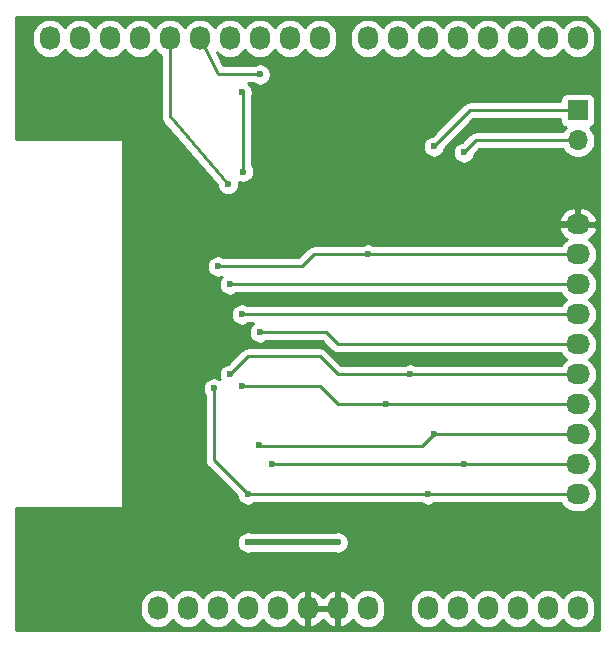
<source format=gbr>
G04 #@! TF.GenerationSoftware,KiCad,Pcbnew,(5.1.9-0-10_14)*
G04 #@! TF.CreationDate,2021-01-31T13:48:18+01:00*
G04 #@! TF.ProjectId,SX1280-Shield,53583132-3830-42d5-9368-69656c642e6b,rev?*
G04 #@! TF.SameCoordinates,Original*
G04 #@! TF.FileFunction,Copper,L2,Bot*
G04 #@! TF.FilePolarity,Positive*
%FSLAX46Y46*%
G04 Gerber Fmt 4.6, Leading zero omitted, Abs format (unit mm)*
G04 Created by KiCad (PCBNEW (5.1.9-0-10_14)) date 2021-01-31 13:48:18*
%MOMM*%
%LPD*%
G01*
G04 APERTURE LIST*
G04 #@! TA.AperFunction,ComponentPad*
%ADD10O,1.700000X1.700000*%
G04 #@! TD*
G04 #@! TA.AperFunction,ComponentPad*
%ADD11R,1.700000X1.700000*%
G04 #@! TD*
G04 #@! TA.AperFunction,ComponentPad*
%ADD12O,2.032000X1.727200*%
G04 #@! TD*
G04 #@! TA.AperFunction,ComponentPad*
%ADD13O,1.727200X2.032000*%
G04 #@! TD*
G04 #@! TA.AperFunction,ViaPad*
%ADD14C,0.600000*%
G04 #@! TD*
G04 #@! TA.AperFunction,Conductor*
%ADD15C,0.500000*%
G04 #@! TD*
G04 #@! TA.AperFunction,Conductor*
%ADD16C,0.250000*%
G04 #@! TD*
G04 #@! TA.AperFunction,Conductor*
%ADD17C,0.254000*%
G04 #@! TD*
G04 #@! TA.AperFunction,Conductor*
%ADD18C,0.100000*%
G04 #@! TD*
G04 APERTURE END LIST*
D10*
X174498000Y-84201000D03*
D11*
X174498000Y-81661000D03*
D12*
X174498000Y-114173000D03*
X174498000Y-111633000D03*
X174498000Y-109093000D03*
X174498000Y-106553000D03*
X174498000Y-104013000D03*
X174498000Y-101473000D03*
X174498000Y-98933000D03*
X174498000Y-96393000D03*
X174498000Y-93853000D03*
X174498000Y-91313000D03*
D13*
X138938000Y-123825000D03*
X141478000Y-123825000D03*
X144018000Y-123825000D03*
X146558000Y-123825000D03*
X149098000Y-123825000D03*
X151638000Y-123825000D03*
X154178000Y-123825000D03*
X156718000Y-123825000D03*
X161798000Y-123825000D03*
X164338000Y-123825000D03*
X166878000Y-123825000D03*
X169418000Y-123825000D03*
X171958000Y-123825000D03*
X174498000Y-123825000D03*
X129794000Y-75565000D03*
X132334000Y-75565000D03*
X134874000Y-75565000D03*
X137414000Y-75565000D03*
X139954000Y-75565000D03*
X142494000Y-75565000D03*
X145034000Y-75565000D03*
X147574000Y-75565000D03*
X150114000Y-75565000D03*
X152654000Y-75565000D03*
X156718000Y-75565000D03*
X159258000Y-75565000D03*
X161798000Y-75565000D03*
X164338000Y-75565000D03*
X166878000Y-75565000D03*
X169418000Y-75565000D03*
X171958000Y-75565000D03*
X174498000Y-75565000D03*
D14*
X149098000Y-89281000D03*
X142494000Y-89281000D03*
X146558000Y-118237000D03*
X154178000Y-118237000D03*
X147486000Y-110021000D03*
X162306000Y-84709000D03*
X162306000Y-109093000D03*
X146050000Y-105029000D03*
X158242000Y-106553000D03*
X145034000Y-104013000D03*
X160274000Y-104013000D03*
X147574000Y-100457000D03*
X147574000Y-78613000D03*
X146050000Y-98933000D03*
X146050000Y-80137000D03*
X146156000Y-86847000D03*
X145034000Y-96393000D03*
X144886000Y-87905000D03*
X156718000Y-93853000D03*
X144018000Y-94869000D03*
X161798000Y-114173000D03*
X146558000Y-114173000D03*
X143676000Y-105195000D03*
X148590000Y-111633000D03*
X164846000Y-111633000D03*
X164846000Y-85217000D03*
D15*
X174498000Y-91313000D02*
X152654000Y-91313000D01*
X152654000Y-91313000D02*
X150622000Y-89281000D01*
X150622000Y-89281000D02*
X149098000Y-89281000D01*
X149098000Y-89281000D02*
X142494000Y-89281000D01*
X146558000Y-118237000D02*
X154178000Y-118237000D01*
D16*
X174498000Y-81661000D02*
X165354000Y-81661000D01*
X165354000Y-81661000D02*
X162306000Y-84709000D01*
X174498000Y-109093000D02*
X162306000Y-109093000D01*
X161290000Y-110109000D02*
X147574000Y-110109000D01*
X162306000Y-109093000D02*
X161290000Y-110109000D01*
X154178000Y-106553000D02*
X152654000Y-105029000D01*
X152654000Y-105029000D02*
X146050000Y-105029000D01*
X158242000Y-106553000D02*
X154178000Y-106553000D01*
X174498000Y-106553000D02*
X158242000Y-106553000D01*
X154178000Y-104013000D02*
X152654000Y-102489000D01*
X152654000Y-102489000D02*
X146558000Y-102489000D01*
X146558000Y-102489000D02*
X145034000Y-104013000D01*
X160274000Y-104013000D02*
X154178000Y-104013000D01*
X174498000Y-104013000D02*
X160274000Y-104013000D01*
X174498000Y-101473000D02*
X154178000Y-101473000D01*
X154178000Y-101473000D02*
X153162000Y-100457000D01*
X153162000Y-100457000D02*
X147574000Y-100457000D01*
X144018000Y-78613000D02*
X142494000Y-75565000D01*
X147574000Y-78613000D02*
X144018000Y-78613000D01*
X146050000Y-98933000D02*
X174498000Y-98933000D01*
X146156000Y-80243000D02*
X146050000Y-80137000D01*
X146156000Y-86847000D02*
X146156000Y-80243000D01*
X145034000Y-96393000D02*
X174498000Y-96393000D01*
X139954000Y-82168998D02*
X139954000Y-75565000D01*
X144886000Y-87905000D02*
X139954000Y-82168998D01*
X156718000Y-93853000D02*
X174498000Y-93853000D01*
X156718000Y-93853000D02*
X152146000Y-93853000D01*
X152146000Y-93853000D02*
X151130000Y-94869000D01*
X151130000Y-94869000D02*
X144018000Y-94869000D01*
X174498000Y-114173000D02*
X161798000Y-114173000D01*
X161798000Y-114173000D02*
X146558000Y-114173000D01*
X143676000Y-111291000D02*
X146558000Y-114173000D01*
X143676000Y-105195000D02*
X143676000Y-111291000D01*
X174498000Y-111633000D02*
X148590000Y-111633000D01*
X174498000Y-84201000D02*
X171450000Y-84201000D01*
X165862000Y-84201000D02*
X171450000Y-84201000D01*
X164846000Y-85217000D02*
X165862000Y-84201000D01*
D17*
X176328001Y-74843093D02*
X176328000Y-85944123D01*
X176328000Y-85944124D01*
X176328001Y-123790123D01*
X176328000Y-125655000D01*
X126948000Y-125655000D01*
X126948000Y-123598982D01*
X137439400Y-123598982D01*
X137439400Y-124051019D01*
X137461084Y-124271177D01*
X137546775Y-124553664D01*
X137685931Y-124814006D01*
X137873203Y-125042197D01*
X138101395Y-125229469D01*
X138361737Y-125368625D01*
X138644224Y-125454316D01*
X138938000Y-125483251D01*
X139231777Y-125454316D01*
X139514264Y-125368625D01*
X139774606Y-125229469D01*
X140002797Y-125042197D01*
X140190069Y-124814006D01*
X140208000Y-124780459D01*
X140225931Y-124814006D01*
X140413203Y-125042197D01*
X140641395Y-125229469D01*
X140901737Y-125368625D01*
X141184224Y-125454316D01*
X141478000Y-125483251D01*
X141771777Y-125454316D01*
X142054264Y-125368625D01*
X142314606Y-125229469D01*
X142542797Y-125042197D01*
X142730069Y-124814006D01*
X142748000Y-124780459D01*
X142765931Y-124814006D01*
X142953203Y-125042197D01*
X143181395Y-125229469D01*
X143441737Y-125368625D01*
X143724224Y-125454316D01*
X144018000Y-125483251D01*
X144311777Y-125454316D01*
X144594264Y-125368625D01*
X144854606Y-125229469D01*
X145082797Y-125042197D01*
X145270069Y-124814006D01*
X145288000Y-124780459D01*
X145305931Y-124814006D01*
X145493203Y-125042197D01*
X145721395Y-125229469D01*
X145981737Y-125368625D01*
X146264224Y-125454316D01*
X146558000Y-125483251D01*
X146851777Y-125454316D01*
X147134264Y-125368625D01*
X147394606Y-125229469D01*
X147622797Y-125042197D01*
X147810069Y-124814006D01*
X147828000Y-124780459D01*
X147845931Y-124814006D01*
X148033203Y-125042197D01*
X148261395Y-125229469D01*
X148521737Y-125368625D01*
X148804224Y-125454316D01*
X149098000Y-125483251D01*
X149391777Y-125454316D01*
X149674264Y-125368625D01*
X149934606Y-125229469D01*
X150162797Y-125042197D01*
X150350069Y-124814006D01*
X150371424Y-124774053D01*
X150519514Y-124976729D01*
X150735965Y-125175733D01*
X150987081Y-125328686D01*
X151263211Y-125429709D01*
X151278974Y-125432358D01*
X151511000Y-125311217D01*
X151511000Y-123952000D01*
X151765000Y-123952000D01*
X151765000Y-125311217D01*
X151997026Y-125432358D01*
X152012789Y-125429709D01*
X152288919Y-125328686D01*
X152540035Y-125175733D01*
X152756486Y-124976729D01*
X152908000Y-124769367D01*
X153059514Y-124976729D01*
X153275965Y-125175733D01*
X153527081Y-125328686D01*
X153803211Y-125429709D01*
X153818974Y-125432358D01*
X154051000Y-125311217D01*
X154051000Y-123952000D01*
X151765000Y-123952000D01*
X151511000Y-123952000D01*
X151491000Y-123952000D01*
X151491000Y-123698000D01*
X151511000Y-123698000D01*
X151511000Y-122338783D01*
X151765000Y-122338783D01*
X151765000Y-123698000D01*
X154051000Y-123698000D01*
X154051000Y-122338783D01*
X154305000Y-122338783D01*
X154305000Y-123698000D01*
X154325000Y-123698000D01*
X154325000Y-123952000D01*
X154305000Y-123952000D01*
X154305000Y-125311217D01*
X154537026Y-125432358D01*
X154552789Y-125429709D01*
X154828919Y-125328686D01*
X155080035Y-125175733D01*
X155296486Y-124976729D01*
X155444576Y-124774053D01*
X155465931Y-124814006D01*
X155653203Y-125042197D01*
X155881395Y-125229469D01*
X156141737Y-125368625D01*
X156424224Y-125454316D01*
X156718000Y-125483251D01*
X157011777Y-125454316D01*
X157294264Y-125368625D01*
X157554606Y-125229469D01*
X157782797Y-125042197D01*
X157970069Y-124814006D01*
X158109225Y-124553663D01*
X158194916Y-124271176D01*
X158216600Y-124051018D01*
X158216600Y-123598982D01*
X160299400Y-123598982D01*
X160299400Y-124051019D01*
X160321084Y-124271177D01*
X160406775Y-124553664D01*
X160545931Y-124814006D01*
X160733203Y-125042197D01*
X160961395Y-125229469D01*
X161221737Y-125368625D01*
X161504224Y-125454316D01*
X161798000Y-125483251D01*
X162091777Y-125454316D01*
X162374264Y-125368625D01*
X162634606Y-125229469D01*
X162862797Y-125042197D01*
X163050069Y-124814006D01*
X163068000Y-124780459D01*
X163085931Y-124814006D01*
X163273203Y-125042197D01*
X163501395Y-125229469D01*
X163761737Y-125368625D01*
X164044224Y-125454316D01*
X164338000Y-125483251D01*
X164631777Y-125454316D01*
X164914264Y-125368625D01*
X165174606Y-125229469D01*
X165402797Y-125042197D01*
X165590069Y-124814006D01*
X165608000Y-124780459D01*
X165625931Y-124814006D01*
X165813203Y-125042197D01*
X166041395Y-125229469D01*
X166301737Y-125368625D01*
X166584224Y-125454316D01*
X166878000Y-125483251D01*
X167171777Y-125454316D01*
X167454264Y-125368625D01*
X167714606Y-125229469D01*
X167942797Y-125042197D01*
X168130069Y-124814006D01*
X168148000Y-124780459D01*
X168165931Y-124814006D01*
X168353203Y-125042197D01*
X168581395Y-125229469D01*
X168841737Y-125368625D01*
X169124224Y-125454316D01*
X169418000Y-125483251D01*
X169711777Y-125454316D01*
X169994264Y-125368625D01*
X170254606Y-125229469D01*
X170482797Y-125042197D01*
X170670069Y-124814006D01*
X170688000Y-124780459D01*
X170705931Y-124814006D01*
X170893203Y-125042197D01*
X171121395Y-125229469D01*
X171381737Y-125368625D01*
X171664224Y-125454316D01*
X171958000Y-125483251D01*
X172251777Y-125454316D01*
X172534264Y-125368625D01*
X172794606Y-125229469D01*
X173022797Y-125042197D01*
X173210069Y-124814006D01*
X173228000Y-124780459D01*
X173245931Y-124814006D01*
X173433203Y-125042197D01*
X173661395Y-125229469D01*
X173921737Y-125368625D01*
X174204224Y-125454316D01*
X174498000Y-125483251D01*
X174791777Y-125454316D01*
X175074264Y-125368625D01*
X175334606Y-125229469D01*
X175562797Y-125042197D01*
X175750069Y-124814006D01*
X175889225Y-124553663D01*
X175974916Y-124271176D01*
X175996600Y-124051018D01*
X175996600Y-123598981D01*
X175974916Y-123378823D01*
X175889225Y-123096336D01*
X175750069Y-122835994D01*
X175562797Y-122607803D01*
X175334605Y-122420531D01*
X175074263Y-122281375D01*
X174791776Y-122195684D01*
X174498000Y-122166749D01*
X174204223Y-122195684D01*
X173921736Y-122281375D01*
X173661394Y-122420531D01*
X173433203Y-122607803D01*
X173245931Y-122835995D01*
X173228000Y-122869541D01*
X173210069Y-122835994D01*
X173022797Y-122607803D01*
X172794605Y-122420531D01*
X172534263Y-122281375D01*
X172251776Y-122195684D01*
X171958000Y-122166749D01*
X171664223Y-122195684D01*
X171381736Y-122281375D01*
X171121394Y-122420531D01*
X170893203Y-122607803D01*
X170705931Y-122835995D01*
X170688000Y-122869541D01*
X170670069Y-122835994D01*
X170482797Y-122607803D01*
X170254605Y-122420531D01*
X169994263Y-122281375D01*
X169711776Y-122195684D01*
X169418000Y-122166749D01*
X169124223Y-122195684D01*
X168841736Y-122281375D01*
X168581394Y-122420531D01*
X168353203Y-122607803D01*
X168165931Y-122835995D01*
X168148000Y-122869541D01*
X168130069Y-122835994D01*
X167942797Y-122607803D01*
X167714605Y-122420531D01*
X167454263Y-122281375D01*
X167171776Y-122195684D01*
X166878000Y-122166749D01*
X166584223Y-122195684D01*
X166301736Y-122281375D01*
X166041394Y-122420531D01*
X165813203Y-122607803D01*
X165625931Y-122835995D01*
X165608000Y-122869541D01*
X165590069Y-122835994D01*
X165402797Y-122607803D01*
X165174605Y-122420531D01*
X164914263Y-122281375D01*
X164631776Y-122195684D01*
X164338000Y-122166749D01*
X164044223Y-122195684D01*
X163761736Y-122281375D01*
X163501394Y-122420531D01*
X163273203Y-122607803D01*
X163085931Y-122835995D01*
X163068000Y-122869541D01*
X163050069Y-122835994D01*
X162862797Y-122607803D01*
X162634605Y-122420531D01*
X162374263Y-122281375D01*
X162091776Y-122195684D01*
X161798000Y-122166749D01*
X161504223Y-122195684D01*
X161221736Y-122281375D01*
X160961394Y-122420531D01*
X160733203Y-122607803D01*
X160545931Y-122835995D01*
X160406775Y-123096337D01*
X160321084Y-123378824D01*
X160299400Y-123598982D01*
X158216600Y-123598982D01*
X158216600Y-123598981D01*
X158194916Y-123378823D01*
X158109225Y-123096336D01*
X157970069Y-122835994D01*
X157782797Y-122607803D01*
X157554605Y-122420531D01*
X157294263Y-122281375D01*
X157011776Y-122195684D01*
X156718000Y-122166749D01*
X156424223Y-122195684D01*
X156141736Y-122281375D01*
X155881394Y-122420531D01*
X155653203Y-122607803D01*
X155465931Y-122835995D01*
X155444576Y-122875947D01*
X155296486Y-122673271D01*
X155080035Y-122474267D01*
X154828919Y-122321314D01*
X154552789Y-122220291D01*
X154537026Y-122217642D01*
X154305000Y-122338783D01*
X154051000Y-122338783D01*
X153818974Y-122217642D01*
X153803211Y-122220291D01*
X153527081Y-122321314D01*
X153275965Y-122474267D01*
X153059514Y-122673271D01*
X152908000Y-122880633D01*
X152756486Y-122673271D01*
X152540035Y-122474267D01*
X152288919Y-122321314D01*
X152012789Y-122220291D01*
X151997026Y-122217642D01*
X151765000Y-122338783D01*
X151511000Y-122338783D01*
X151278974Y-122217642D01*
X151263211Y-122220291D01*
X150987081Y-122321314D01*
X150735965Y-122474267D01*
X150519514Y-122673271D01*
X150371424Y-122875947D01*
X150350069Y-122835994D01*
X150162797Y-122607803D01*
X149934605Y-122420531D01*
X149674263Y-122281375D01*
X149391776Y-122195684D01*
X149098000Y-122166749D01*
X148804223Y-122195684D01*
X148521736Y-122281375D01*
X148261394Y-122420531D01*
X148033203Y-122607803D01*
X147845931Y-122835995D01*
X147828000Y-122869541D01*
X147810069Y-122835994D01*
X147622797Y-122607803D01*
X147394605Y-122420531D01*
X147134263Y-122281375D01*
X146851776Y-122195684D01*
X146558000Y-122166749D01*
X146264223Y-122195684D01*
X145981736Y-122281375D01*
X145721394Y-122420531D01*
X145493203Y-122607803D01*
X145305931Y-122835995D01*
X145288000Y-122869541D01*
X145270069Y-122835994D01*
X145082797Y-122607803D01*
X144854605Y-122420531D01*
X144594263Y-122281375D01*
X144311776Y-122195684D01*
X144018000Y-122166749D01*
X143724223Y-122195684D01*
X143441736Y-122281375D01*
X143181394Y-122420531D01*
X142953203Y-122607803D01*
X142765931Y-122835995D01*
X142748000Y-122869541D01*
X142730069Y-122835994D01*
X142542797Y-122607803D01*
X142314605Y-122420531D01*
X142054263Y-122281375D01*
X141771776Y-122195684D01*
X141478000Y-122166749D01*
X141184223Y-122195684D01*
X140901736Y-122281375D01*
X140641394Y-122420531D01*
X140413203Y-122607803D01*
X140225931Y-122835995D01*
X140208000Y-122869541D01*
X140190069Y-122835994D01*
X140002797Y-122607803D01*
X139774605Y-122420531D01*
X139514263Y-122281375D01*
X139231776Y-122195684D01*
X138938000Y-122166749D01*
X138644223Y-122195684D01*
X138361736Y-122281375D01*
X138101394Y-122420531D01*
X137873203Y-122607803D01*
X137685931Y-122835995D01*
X137546775Y-123096337D01*
X137461084Y-123378824D01*
X137439400Y-123598982D01*
X126948000Y-123598982D01*
X126948000Y-118144911D01*
X145623000Y-118144911D01*
X145623000Y-118329089D01*
X145658932Y-118509729D01*
X145729414Y-118679889D01*
X145831738Y-118833028D01*
X145961972Y-118963262D01*
X146115111Y-119065586D01*
X146285271Y-119136068D01*
X146465911Y-119172000D01*
X146650089Y-119172000D01*
X146830729Y-119136068D01*
X146864692Y-119122000D01*
X153871308Y-119122000D01*
X153905271Y-119136068D01*
X154085911Y-119172000D01*
X154270089Y-119172000D01*
X154450729Y-119136068D01*
X154620889Y-119065586D01*
X154774028Y-118963262D01*
X154904262Y-118833028D01*
X155006586Y-118679889D01*
X155077068Y-118509729D01*
X155113000Y-118329089D01*
X155113000Y-118144911D01*
X155077068Y-117964271D01*
X155006586Y-117794111D01*
X154904262Y-117640972D01*
X154774028Y-117510738D01*
X154620889Y-117408414D01*
X154450729Y-117337932D01*
X154270089Y-117302000D01*
X154085911Y-117302000D01*
X153905271Y-117337932D01*
X153871308Y-117352000D01*
X146864692Y-117352000D01*
X146830729Y-117337932D01*
X146650089Y-117302000D01*
X146465911Y-117302000D01*
X146285271Y-117337932D01*
X146115111Y-117408414D01*
X145961972Y-117510738D01*
X145831738Y-117640972D01*
X145729414Y-117794111D01*
X145658932Y-117964271D01*
X145623000Y-118144911D01*
X126948000Y-118144911D01*
X126948000Y-115316000D01*
X135890000Y-115316000D01*
X135914776Y-115313560D01*
X135938601Y-115306333D01*
X135960557Y-115294597D01*
X135979803Y-115278803D01*
X135995597Y-115259557D01*
X136007333Y-115237601D01*
X136014560Y-115213776D01*
X136017000Y-115189000D01*
X136017000Y-105102911D01*
X142741000Y-105102911D01*
X142741000Y-105287089D01*
X142776932Y-105467729D01*
X142847414Y-105637889D01*
X142916000Y-105740536D01*
X142916001Y-111253668D01*
X142912324Y-111291000D01*
X142926998Y-111439985D01*
X142970454Y-111583246D01*
X143041026Y-111715276D01*
X143095774Y-111781986D01*
X143136000Y-111831001D01*
X143164998Y-111854799D01*
X145634848Y-114324650D01*
X145658932Y-114445729D01*
X145729414Y-114615889D01*
X145831738Y-114769028D01*
X145961972Y-114899262D01*
X146115111Y-115001586D01*
X146285271Y-115072068D01*
X146465911Y-115108000D01*
X146650089Y-115108000D01*
X146830729Y-115072068D01*
X147000889Y-115001586D01*
X147103535Y-114933000D01*
X161252465Y-114933000D01*
X161355111Y-115001586D01*
X161525271Y-115072068D01*
X161705911Y-115108000D01*
X161890089Y-115108000D01*
X162070729Y-115072068D01*
X162240889Y-115001586D01*
X162343535Y-114933000D01*
X173052584Y-114933000D01*
X173093531Y-115009606D01*
X173280803Y-115237797D01*
X173508994Y-115425069D01*
X173769336Y-115564225D01*
X174051823Y-115649916D01*
X174271981Y-115671600D01*
X174724019Y-115671600D01*
X174944177Y-115649916D01*
X175226664Y-115564225D01*
X175487006Y-115425069D01*
X175715197Y-115237797D01*
X175902469Y-115009606D01*
X176041625Y-114749264D01*
X176127316Y-114466777D01*
X176156251Y-114173000D01*
X176127316Y-113879223D01*
X176041625Y-113596736D01*
X175902469Y-113336394D01*
X175715197Y-113108203D01*
X175487006Y-112920931D01*
X175453460Y-112903000D01*
X175487006Y-112885069D01*
X175715197Y-112697797D01*
X175902469Y-112469606D01*
X176041625Y-112209264D01*
X176127316Y-111926777D01*
X176156251Y-111633000D01*
X176127316Y-111339223D01*
X176041625Y-111056736D01*
X175902469Y-110796394D01*
X175715197Y-110568203D01*
X175487006Y-110380931D01*
X175453460Y-110363000D01*
X175487006Y-110345069D01*
X175715197Y-110157797D01*
X175902469Y-109929606D01*
X176041625Y-109669264D01*
X176127316Y-109386777D01*
X176156251Y-109093000D01*
X176127316Y-108799223D01*
X176041625Y-108516736D01*
X175902469Y-108256394D01*
X175715197Y-108028203D01*
X175487006Y-107840931D01*
X175453460Y-107823000D01*
X175487006Y-107805069D01*
X175715197Y-107617797D01*
X175902469Y-107389606D01*
X176041625Y-107129264D01*
X176127316Y-106846777D01*
X176156251Y-106553000D01*
X176127316Y-106259223D01*
X176041625Y-105976736D01*
X175902469Y-105716394D01*
X175715197Y-105488203D01*
X175487006Y-105300931D01*
X175453460Y-105283000D01*
X175487006Y-105265069D01*
X175715197Y-105077797D01*
X175902469Y-104849606D01*
X176041625Y-104589264D01*
X176127316Y-104306777D01*
X176156251Y-104013000D01*
X176127316Y-103719223D01*
X176041625Y-103436736D01*
X175902469Y-103176394D01*
X175715197Y-102948203D01*
X175487006Y-102760931D01*
X175453460Y-102743000D01*
X175487006Y-102725069D01*
X175715197Y-102537797D01*
X175902469Y-102309606D01*
X176041625Y-102049264D01*
X176127316Y-101766777D01*
X176156251Y-101473000D01*
X176127316Y-101179223D01*
X176041625Y-100896736D01*
X175902469Y-100636394D01*
X175715197Y-100408203D01*
X175487006Y-100220931D01*
X175453460Y-100203000D01*
X175487006Y-100185069D01*
X175715197Y-99997797D01*
X175902469Y-99769606D01*
X176041625Y-99509264D01*
X176127316Y-99226777D01*
X176156251Y-98933000D01*
X176127316Y-98639223D01*
X176041625Y-98356736D01*
X175902469Y-98096394D01*
X175715197Y-97868203D01*
X175487006Y-97680931D01*
X175453460Y-97663000D01*
X175487006Y-97645069D01*
X175715197Y-97457797D01*
X175902469Y-97229606D01*
X176041625Y-96969264D01*
X176127316Y-96686777D01*
X176156251Y-96393000D01*
X176127316Y-96099223D01*
X176041625Y-95816736D01*
X175902469Y-95556394D01*
X175715197Y-95328203D01*
X175487006Y-95140931D01*
X175453460Y-95123000D01*
X175487006Y-95105069D01*
X175715197Y-94917797D01*
X175902469Y-94689606D01*
X176041625Y-94429264D01*
X176127316Y-94146777D01*
X176156251Y-93853000D01*
X176127316Y-93559223D01*
X176041625Y-93276736D01*
X175902469Y-93016394D01*
X175715197Y-92788203D01*
X175487006Y-92600931D01*
X175447053Y-92579576D01*
X175649729Y-92431486D01*
X175848733Y-92215035D01*
X176001686Y-91963919D01*
X176102709Y-91687789D01*
X176105358Y-91672026D01*
X175984217Y-91440000D01*
X174625000Y-91440000D01*
X174625000Y-91460000D01*
X174371000Y-91460000D01*
X174371000Y-91440000D01*
X173011783Y-91440000D01*
X172890642Y-91672026D01*
X172893291Y-91687789D01*
X172994314Y-91963919D01*
X173147267Y-92215035D01*
X173346271Y-92431486D01*
X173548947Y-92579576D01*
X173508994Y-92600931D01*
X173280803Y-92788203D01*
X173093531Y-93016394D01*
X173052584Y-93093000D01*
X157263535Y-93093000D01*
X157160889Y-93024414D01*
X156990729Y-92953932D01*
X156810089Y-92918000D01*
X156625911Y-92918000D01*
X156445271Y-92953932D01*
X156275111Y-93024414D01*
X156172465Y-93093000D01*
X152183322Y-93093000D01*
X152146000Y-93089324D01*
X152108677Y-93093000D01*
X152108667Y-93093000D01*
X151997014Y-93103997D01*
X151853753Y-93147454D01*
X151721723Y-93218026D01*
X151638083Y-93286668D01*
X151605999Y-93312999D01*
X151582201Y-93341997D01*
X150815199Y-94109000D01*
X144563535Y-94109000D01*
X144460889Y-94040414D01*
X144290729Y-93969932D01*
X144110089Y-93934000D01*
X143925911Y-93934000D01*
X143745271Y-93969932D01*
X143575111Y-94040414D01*
X143421972Y-94142738D01*
X143291738Y-94272972D01*
X143189414Y-94426111D01*
X143118932Y-94596271D01*
X143083000Y-94776911D01*
X143083000Y-94961089D01*
X143118932Y-95141729D01*
X143189414Y-95311889D01*
X143291738Y-95465028D01*
X143421972Y-95595262D01*
X143575111Y-95697586D01*
X143745271Y-95768068D01*
X143925911Y-95804000D01*
X144110089Y-95804000D01*
X144290729Y-95768068D01*
X144369107Y-95735603D01*
X144307738Y-95796972D01*
X144205414Y-95950111D01*
X144134932Y-96120271D01*
X144099000Y-96300911D01*
X144099000Y-96485089D01*
X144134932Y-96665729D01*
X144205414Y-96835889D01*
X144307738Y-96989028D01*
X144437972Y-97119262D01*
X144591111Y-97221586D01*
X144761271Y-97292068D01*
X144941911Y-97328000D01*
X145126089Y-97328000D01*
X145306729Y-97292068D01*
X145476889Y-97221586D01*
X145579535Y-97153000D01*
X173052584Y-97153000D01*
X173093531Y-97229606D01*
X173280803Y-97457797D01*
X173508994Y-97645069D01*
X173542540Y-97663000D01*
X173508994Y-97680931D01*
X173280803Y-97868203D01*
X173093531Y-98096394D01*
X173052584Y-98173000D01*
X146595535Y-98173000D01*
X146492889Y-98104414D01*
X146322729Y-98033932D01*
X146142089Y-97998000D01*
X145957911Y-97998000D01*
X145777271Y-98033932D01*
X145607111Y-98104414D01*
X145453972Y-98206738D01*
X145323738Y-98336972D01*
X145221414Y-98490111D01*
X145150932Y-98660271D01*
X145115000Y-98840911D01*
X145115000Y-99025089D01*
X145150932Y-99205729D01*
X145221414Y-99375889D01*
X145323738Y-99529028D01*
X145453972Y-99659262D01*
X145607111Y-99761586D01*
X145777271Y-99832068D01*
X145957911Y-99868000D01*
X146142089Y-99868000D01*
X146322729Y-99832068D01*
X146492889Y-99761586D01*
X146595535Y-99693000D01*
X147034451Y-99693000D01*
X146977972Y-99730738D01*
X146847738Y-99860972D01*
X146745414Y-100014111D01*
X146674932Y-100184271D01*
X146639000Y-100364911D01*
X146639000Y-100549089D01*
X146674932Y-100729729D01*
X146745414Y-100899889D01*
X146847738Y-101053028D01*
X146977972Y-101183262D01*
X147131111Y-101285586D01*
X147301271Y-101356068D01*
X147481911Y-101392000D01*
X147666089Y-101392000D01*
X147846729Y-101356068D01*
X148016889Y-101285586D01*
X148119535Y-101217000D01*
X152847199Y-101217000D01*
X153614201Y-101984003D01*
X153637999Y-102013001D01*
X153666997Y-102036799D01*
X153753723Y-102107974D01*
X153885753Y-102178546D01*
X154029014Y-102222003D01*
X154140667Y-102233000D01*
X154140677Y-102233000D01*
X154178000Y-102236676D01*
X154215322Y-102233000D01*
X173052584Y-102233000D01*
X173093531Y-102309606D01*
X173280803Y-102537797D01*
X173508994Y-102725069D01*
X173542540Y-102743000D01*
X173508994Y-102760931D01*
X173280803Y-102948203D01*
X173093531Y-103176394D01*
X173052584Y-103253000D01*
X160819535Y-103253000D01*
X160716889Y-103184414D01*
X160546729Y-103113932D01*
X160366089Y-103078000D01*
X160181911Y-103078000D01*
X160001271Y-103113932D01*
X159831111Y-103184414D01*
X159728465Y-103253000D01*
X154492803Y-103253000D01*
X153217803Y-101978002D01*
X153194001Y-101948999D01*
X153078276Y-101854026D01*
X152946247Y-101783454D01*
X152802986Y-101739997D01*
X152691333Y-101729000D01*
X152691322Y-101729000D01*
X152654000Y-101725324D01*
X152616678Y-101729000D01*
X146595322Y-101729000D01*
X146557999Y-101725324D01*
X146520676Y-101729000D01*
X146520667Y-101729000D01*
X146409014Y-101739997D01*
X146265753Y-101783454D01*
X146133724Y-101854026D01*
X146133722Y-101854027D01*
X146133723Y-101854027D01*
X146046996Y-101925201D01*
X146046992Y-101925205D01*
X146017999Y-101948999D01*
X145994205Y-101977992D01*
X144882351Y-103089847D01*
X144761271Y-103113932D01*
X144591111Y-103184414D01*
X144437972Y-103286738D01*
X144307738Y-103416972D01*
X144205414Y-103570111D01*
X144134932Y-103740271D01*
X144099000Y-103920911D01*
X144099000Y-104105089D01*
X144134932Y-104285729D01*
X144187281Y-104412112D01*
X144118889Y-104366414D01*
X143948729Y-104295932D01*
X143768089Y-104260000D01*
X143583911Y-104260000D01*
X143403271Y-104295932D01*
X143233111Y-104366414D01*
X143079972Y-104468738D01*
X142949738Y-104598972D01*
X142847414Y-104752111D01*
X142776932Y-104922271D01*
X142741000Y-105102911D01*
X136017000Y-105102911D01*
X136017000Y-90953974D01*
X172890642Y-90953974D01*
X173011783Y-91186000D01*
X174371000Y-91186000D01*
X174371000Y-89972075D01*
X174625000Y-89972075D01*
X174625000Y-91186000D01*
X175984217Y-91186000D01*
X176105358Y-90953974D01*
X176102709Y-90938211D01*
X176001686Y-90662081D01*
X175848733Y-90410965D01*
X175649729Y-90194514D01*
X175412321Y-90021046D01*
X175145633Y-89897227D01*
X174859914Y-89827815D01*
X174625000Y-89972075D01*
X174371000Y-89972075D01*
X174136086Y-89827815D01*
X173850367Y-89897227D01*
X173583679Y-90021046D01*
X173346271Y-90194514D01*
X173147267Y-90410965D01*
X172994314Y-90662081D01*
X172893291Y-90938211D01*
X172890642Y-90953974D01*
X136017000Y-90953974D01*
X136017000Y-84201000D01*
X136014560Y-84176224D01*
X136007333Y-84152399D01*
X135995597Y-84130443D01*
X135979803Y-84111197D01*
X135960557Y-84095403D01*
X135938601Y-84083667D01*
X135914776Y-84076440D01*
X135890000Y-84074000D01*
X126948000Y-84074000D01*
X126948000Y-75338982D01*
X128295400Y-75338982D01*
X128295400Y-75791019D01*
X128317084Y-76011177D01*
X128402775Y-76293664D01*
X128541931Y-76554006D01*
X128729203Y-76782197D01*
X128957395Y-76969469D01*
X129217737Y-77108625D01*
X129500224Y-77194316D01*
X129794000Y-77223251D01*
X130087777Y-77194316D01*
X130370264Y-77108625D01*
X130630606Y-76969469D01*
X130858797Y-76782197D01*
X131046069Y-76554006D01*
X131064000Y-76520459D01*
X131081931Y-76554006D01*
X131269203Y-76782197D01*
X131497395Y-76969469D01*
X131757737Y-77108625D01*
X132040224Y-77194316D01*
X132334000Y-77223251D01*
X132627777Y-77194316D01*
X132910264Y-77108625D01*
X133170606Y-76969469D01*
X133398797Y-76782197D01*
X133586069Y-76554006D01*
X133604000Y-76520459D01*
X133621931Y-76554006D01*
X133809203Y-76782197D01*
X134037395Y-76969469D01*
X134297737Y-77108625D01*
X134580224Y-77194316D01*
X134874000Y-77223251D01*
X135167777Y-77194316D01*
X135450264Y-77108625D01*
X135710606Y-76969469D01*
X135938797Y-76782197D01*
X136126069Y-76554006D01*
X136144000Y-76520459D01*
X136161931Y-76554006D01*
X136349203Y-76782197D01*
X136577395Y-76969469D01*
X136837737Y-77108625D01*
X137120224Y-77194316D01*
X137414000Y-77223251D01*
X137707777Y-77194316D01*
X137990264Y-77108625D01*
X138250606Y-76969469D01*
X138478797Y-76782197D01*
X138666069Y-76554006D01*
X138684000Y-76520459D01*
X138701931Y-76554006D01*
X138889203Y-76782197D01*
X139117395Y-76969469D01*
X139194001Y-77010416D01*
X139194000Y-82102945D01*
X139192483Y-82111606D01*
X139194000Y-82177684D01*
X139194000Y-82206330D01*
X139194858Y-82215036D01*
X139195919Y-82261273D01*
X139202177Y-82289351D01*
X139204997Y-82317983D01*
X139218423Y-82362243D01*
X139228486Y-82407394D01*
X139240103Y-82433714D01*
X139248454Y-82461244D01*
X139270262Y-82502044D01*
X139288937Y-82544354D01*
X139305463Y-82567899D01*
X139319026Y-82593273D01*
X139348370Y-82629029D01*
X139353392Y-82636184D01*
X139372051Y-82657885D01*
X139413999Y-82708999D01*
X139420799Y-82714580D01*
X143951000Y-87983284D01*
X143951000Y-87997089D01*
X143986932Y-88177729D01*
X144057414Y-88347889D01*
X144159738Y-88501028D01*
X144289972Y-88631262D01*
X144443111Y-88733586D01*
X144613271Y-88804068D01*
X144793911Y-88840000D01*
X144978089Y-88840000D01*
X145158729Y-88804068D01*
X145328889Y-88733586D01*
X145482028Y-88631262D01*
X145612262Y-88501028D01*
X145714586Y-88347889D01*
X145785068Y-88177729D01*
X145821000Y-87997089D01*
X145821000Y-87812911D01*
X145800919Y-87711957D01*
X145883271Y-87746068D01*
X146063911Y-87782000D01*
X146248089Y-87782000D01*
X146428729Y-87746068D01*
X146598889Y-87675586D01*
X146752028Y-87573262D01*
X146882262Y-87443028D01*
X146984586Y-87289889D01*
X147055068Y-87119729D01*
X147091000Y-86939089D01*
X147091000Y-86754911D01*
X147055068Y-86574271D01*
X146984586Y-86404111D01*
X146916000Y-86301465D01*
X146916000Y-84616911D01*
X161371000Y-84616911D01*
X161371000Y-84801089D01*
X161406932Y-84981729D01*
X161477414Y-85151889D01*
X161579738Y-85305028D01*
X161709972Y-85435262D01*
X161863111Y-85537586D01*
X162033271Y-85608068D01*
X162213911Y-85644000D01*
X162398089Y-85644000D01*
X162578729Y-85608068D01*
X162748889Y-85537586D01*
X162902028Y-85435262D01*
X163032262Y-85305028D01*
X163134586Y-85151889D01*
X163205068Y-84981729D01*
X163229153Y-84860648D01*
X165668802Y-82421000D01*
X173009928Y-82421000D01*
X173009928Y-82511000D01*
X173022188Y-82635482D01*
X173058498Y-82755180D01*
X173117463Y-82865494D01*
X173196815Y-82962185D01*
X173293506Y-83041537D01*
X173403820Y-83100502D01*
X173476380Y-83122513D01*
X173344525Y-83254368D01*
X173219822Y-83441000D01*
X165899322Y-83441000D01*
X165862000Y-83437324D01*
X165824677Y-83441000D01*
X165824667Y-83441000D01*
X165713014Y-83451997D01*
X165569753Y-83495454D01*
X165437723Y-83566026D01*
X165354083Y-83634668D01*
X165321999Y-83660999D01*
X165298201Y-83689997D01*
X164694351Y-84293847D01*
X164573271Y-84317932D01*
X164403111Y-84388414D01*
X164249972Y-84490738D01*
X164119738Y-84620972D01*
X164017414Y-84774111D01*
X163946932Y-84944271D01*
X163911000Y-85124911D01*
X163911000Y-85309089D01*
X163946932Y-85489729D01*
X164017414Y-85659889D01*
X164119738Y-85813028D01*
X164249972Y-85943262D01*
X164403111Y-86045586D01*
X164573271Y-86116068D01*
X164753911Y-86152000D01*
X164938089Y-86152000D01*
X165118729Y-86116068D01*
X165288889Y-86045586D01*
X165442028Y-85943262D01*
X165572262Y-85813028D01*
X165674586Y-85659889D01*
X165745068Y-85489729D01*
X165769153Y-85368649D01*
X166176802Y-84961000D01*
X173219822Y-84961000D01*
X173344525Y-85147632D01*
X173551368Y-85354475D01*
X173794589Y-85516990D01*
X174064842Y-85628932D01*
X174351740Y-85686000D01*
X174644260Y-85686000D01*
X174931158Y-85628932D01*
X175201411Y-85516990D01*
X175444632Y-85354475D01*
X175651475Y-85147632D01*
X175813990Y-84904411D01*
X175925932Y-84634158D01*
X175983000Y-84347260D01*
X175983000Y-84054740D01*
X175925932Y-83767842D01*
X175813990Y-83497589D01*
X175651475Y-83254368D01*
X175519620Y-83122513D01*
X175592180Y-83100502D01*
X175702494Y-83041537D01*
X175799185Y-82962185D01*
X175878537Y-82865494D01*
X175937502Y-82755180D01*
X175973812Y-82635482D01*
X175986072Y-82511000D01*
X175986072Y-80811000D01*
X175973812Y-80686518D01*
X175937502Y-80566820D01*
X175878537Y-80456506D01*
X175799185Y-80359815D01*
X175702494Y-80280463D01*
X175592180Y-80221498D01*
X175472482Y-80185188D01*
X175348000Y-80172928D01*
X173648000Y-80172928D01*
X173523518Y-80185188D01*
X173403820Y-80221498D01*
X173293506Y-80280463D01*
X173196815Y-80359815D01*
X173117463Y-80456506D01*
X173058498Y-80566820D01*
X173022188Y-80686518D01*
X173009928Y-80811000D01*
X173009928Y-80901000D01*
X165391323Y-80901000D01*
X165354000Y-80897324D01*
X165316677Y-80901000D01*
X165316667Y-80901000D01*
X165205014Y-80911997D01*
X165061753Y-80955454D01*
X164929723Y-81026026D01*
X164873704Y-81072000D01*
X164813999Y-81120999D01*
X164790201Y-81149997D01*
X162154352Y-83785847D01*
X162033271Y-83809932D01*
X161863111Y-83880414D01*
X161709972Y-83982738D01*
X161579738Y-84112972D01*
X161477414Y-84266111D01*
X161406932Y-84436271D01*
X161371000Y-84616911D01*
X146916000Y-84616911D01*
X146916000Y-80489563D01*
X146949068Y-80409729D01*
X146985000Y-80229089D01*
X146985000Y-80044911D01*
X146949068Y-79864271D01*
X146878586Y-79694111D01*
X146776262Y-79540972D01*
X146646028Y-79410738D01*
X146589549Y-79373000D01*
X147028465Y-79373000D01*
X147131111Y-79441586D01*
X147301271Y-79512068D01*
X147481911Y-79548000D01*
X147666089Y-79548000D01*
X147846729Y-79512068D01*
X148016889Y-79441586D01*
X148170028Y-79339262D01*
X148300262Y-79209028D01*
X148402586Y-79055889D01*
X148473068Y-78885729D01*
X148509000Y-78705089D01*
X148509000Y-78520911D01*
X148473068Y-78340271D01*
X148402586Y-78170111D01*
X148300262Y-78016972D01*
X148170028Y-77886738D01*
X148016889Y-77784414D01*
X147846729Y-77713932D01*
X147666089Y-77678000D01*
X147481911Y-77678000D01*
X147301271Y-77713932D01*
X147131111Y-77784414D01*
X147028465Y-77853000D01*
X144487705Y-77853000D01*
X143925954Y-76729498D01*
X143969203Y-76782197D01*
X144197395Y-76969469D01*
X144457737Y-77108625D01*
X144740224Y-77194316D01*
X145034000Y-77223251D01*
X145327777Y-77194316D01*
X145610264Y-77108625D01*
X145870606Y-76969469D01*
X146098797Y-76782197D01*
X146286069Y-76554006D01*
X146304000Y-76520459D01*
X146321931Y-76554006D01*
X146509203Y-76782197D01*
X146737395Y-76969469D01*
X146997737Y-77108625D01*
X147280224Y-77194316D01*
X147574000Y-77223251D01*
X147867777Y-77194316D01*
X148150264Y-77108625D01*
X148410606Y-76969469D01*
X148638797Y-76782197D01*
X148826069Y-76554006D01*
X148844000Y-76520459D01*
X148861931Y-76554006D01*
X149049203Y-76782197D01*
X149277395Y-76969469D01*
X149537737Y-77108625D01*
X149820224Y-77194316D01*
X150114000Y-77223251D01*
X150407777Y-77194316D01*
X150690264Y-77108625D01*
X150950606Y-76969469D01*
X151178797Y-76782197D01*
X151366069Y-76554006D01*
X151384000Y-76520459D01*
X151401931Y-76554006D01*
X151589203Y-76782197D01*
X151817395Y-76969469D01*
X152077737Y-77108625D01*
X152360224Y-77194316D01*
X152654000Y-77223251D01*
X152947777Y-77194316D01*
X153230264Y-77108625D01*
X153490606Y-76969469D01*
X153718797Y-76782197D01*
X153906069Y-76554006D01*
X154045225Y-76293663D01*
X154130916Y-76011176D01*
X154152600Y-75791018D01*
X154152600Y-75338982D01*
X155219400Y-75338982D01*
X155219400Y-75791019D01*
X155241084Y-76011177D01*
X155326775Y-76293664D01*
X155465931Y-76554006D01*
X155653203Y-76782197D01*
X155881395Y-76969469D01*
X156141737Y-77108625D01*
X156424224Y-77194316D01*
X156718000Y-77223251D01*
X157011777Y-77194316D01*
X157294264Y-77108625D01*
X157554606Y-76969469D01*
X157782797Y-76782197D01*
X157970069Y-76554006D01*
X157988000Y-76520459D01*
X158005931Y-76554006D01*
X158193203Y-76782197D01*
X158421395Y-76969469D01*
X158681737Y-77108625D01*
X158964224Y-77194316D01*
X159258000Y-77223251D01*
X159551777Y-77194316D01*
X159834264Y-77108625D01*
X160094606Y-76969469D01*
X160322797Y-76782197D01*
X160510069Y-76554006D01*
X160528000Y-76520459D01*
X160545931Y-76554006D01*
X160733203Y-76782197D01*
X160961395Y-76969469D01*
X161221737Y-77108625D01*
X161504224Y-77194316D01*
X161798000Y-77223251D01*
X162091777Y-77194316D01*
X162374264Y-77108625D01*
X162634606Y-76969469D01*
X162862797Y-76782197D01*
X163050069Y-76554006D01*
X163068000Y-76520459D01*
X163085931Y-76554006D01*
X163273203Y-76782197D01*
X163501395Y-76969469D01*
X163761737Y-77108625D01*
X164044224Y-77194316D01*
X164338000Y-77223251D01*
X164631777Y-77194316D01*
X164914264Y-77108625D01*
X165174606Y-76969469D01*
X165402797Y-76782197D01*
X165590069Y-76554006D01*
X165608000Y-76520459D01*
X165625931Y-76554006D01*
X165813203Y-76782197D01*
X166041395Y-76969469D01*
X166301737Y-77108625D01*
X166584224Y-77194316D01*
X166878000Y-77223251D01*
X167171777Y-77194316D01*
X167454264Y-77108625D01*
X167714606Y-76969469D01*
X167942797Y-76782197D01*
X168130069Y-76554006D01*
X168148000Y-76520459D01*
X168165931Y-76554006D01*
X168353203Y-76782197D01*
X168581395Y-76969469D01*
X168841737Y-77108625D01*
X169124224Y-77194316D01*
X169418000Y-77223251D01*
X169711777Y-77194316D01*
X169994264Y-77108625D01*
X170254606Y-76969469D01*
X170482797Y-76782197D01*
X170670069Y-76554006D01*
X170688000Y-76520459D01*
X170705931Y-76554006D01*
X170893203Y-76782197D01*
X171121395Y-76969469D01*
X171381737Y-77108625D01*
X171664224Y-77194316D01*
X171958000Y-77223251D01*
X172251777Y-77194316D01*
X172534264Y-77108625D01*
X172794606Y-76969469D01*
X173022797Y-76782197D01*
X173210069Y-76554006D01*
X173228000Y-76520459D01*
X173245931Y-76554006D01*
X173433203Y-76782197D01*
X173661395Y-76969469D01*
X173921737Y-77108625D01*
X174204224Y-77194316D01*
X174498000Y-77223251D01*
X174791777Y-77194316D01*
X175074264Y-77108625D01*
X175334606Y-76969469D01*
X175562797Y-76782197D01*
X175750069Y-76554006D01*
X175889225Y-76293663D01*
X175974916Y-76011176D01*
X175996600Y-75791018D01*
X175996600Y-75338981D01*
X175974916Y-75118823D01*
X175889225Y-74836336D01*
X175750069Y-74575994D01*
X175562797Y-74347803D01*
X175334605Y-74160531D01*
X175074263Y-74021375D01*
X174791776Y-73935684D01*
X174498000Y-73906749D01*
X174204223Y-73935684D01*
X173921736Y-74021375D01*
X173661394Y-74160531D01*
X173433203Y-74347803D01*
X173245931Y-74575995D01*
X173228000Y-74609541D01*
X173210069Y-74575994D01*
X173022797Y-74347803D01*
X172794605Y-74160531D01*
X172534263Y-74021375D01*
X172251776Y-73935684D01*
X171958000Y-73906749D01*
X171664223Y-73935684D01*
X171381736Y-74021375D01*
X171121394Y-74160531D01*
X170893203Y-74347803D01*
X170705931Y-74575995D01*
X170688000Y-74609541D01*
X170670069Y-74575994D01*
X170482797Y-74347803D01*
X170254605Y-74160531D01*
X169994263Y-74021375D01*
X169711776Y-73935684D01*
X169418000Y-73906749D01*
X169124223Y-73935684D01*
X168841736Y-74021375D01*
X168581394Y-74160531D01*
X168353203Y-74347803D01*
X168165931Y-74575995D01*
X168148000Y-74609541D01*
X168130069Y-74575994D01*
X167942797Y-74347803D01*
X167714605Y-74160531D01*
X167454263Y-74021375D01*
X167171776Y-73935684D01*
X166878000Y-73906749D01*
X166584223Y-73935684D01*
X166301736Y-74021375D01*
X166041394Y-74160531D01*
X165813203Y-74347803D01*
X165625931Y-74575995D01*
X165608000Y-74609541D01*
X165590069Y-74575994D01*
X165402797Y-74347803D01*
X165174605Y-74160531D01*
X164914263Y-74021375D01*
X164631776Y-73935684D01*
X164338000Y-73906749D01*
X164044223Y-73935684D01*
X163761736Y-74021375D01*
X163501394Y-74160531D01*
X163273203Y-74347803D01*
X163085931Y-74575995D01*
X163068000Y-74609541D01*
X163050069Y-74575994D01*
X162862797Y-74347803D01*
X162634605Y-74160531D01*
X162374263Y-74021375D01*
X162091776Y-73935684D01*
X161798000Y-73906749D01*
X161504223Y-73935684D01*
X161221736Y-74021375D01*
X160961394Y-74160531D01*
X160733203Y-74347803D01*
X160545931Y-74575995D01*
X160528000Y-74609541D01*
X160510069Y-74575994D01*
X160322797Y-74347803D01*
X160094605Y-74160531D01*
X159834263Y-74021375D01*
X159551776Y-73935684D01*
X159258000Y-73906749D01*
X158964223Y-73935684D01*
X158681736Y-74021375D01*
X158421394Y-74160531D01*
X158193203Y-74347803D01*
X158005931Y-74575995D01*
X157988000Y-74609541D01*
X157970069Y-74575994D01*
X157782797Y-74347803D01*
X157554605Y-74160531D01*
X157294263Y-74021375D01*
X157011776Y-73935684D01*
X156718000Y-73906749D01*
X156424223Y-73935684D01*
X156141736Y-74021375D01*
X155881394Y-74160531D01*
X155653203Y-74347803D01*
X155465931Y-74575995D01*
X155326775Y-74836337D01*
X155241084Y-75118824D01*
X155219400Y-75338982D01*
X154152600Y-75338982D01*
X154152600Y-75338981D01*
X154130916Y-75118823D01*
X154045225Y-74836336D01*
X153906069Y-74575994D01*
X153718797Y-74347803D01*
X153490605Y-74160531D01*
X153230263Y-74021375D01*
X152947776Y-73935684D01*
X152654000Y-73906749D01*
X152360223Y-73935684D01*
X152077736Y-74021375D01*
X151817394Y-74160531D01*
X151589203Y-74347803D01*
X151401931Y-74575995D01*
X151384000Y-74609541D01*
X151366069Y-74575994D01*
X151178797Y-74347803D01*
X150950605Y-74160531D01*
X150690263Y-74021375D01*
X150407776Y-73935684D01*
X150114000Y-73906749D01*
X149820223Y-73935684D01*
X149537736Y-74021375D01*
X149277394Y-74160531D01*
X149049203Y-74347803D01*
X148861931Y-74575995D01*
X148844000Y-74609541D01*
X148826069Y-74575994D01*
X148638797Y-74347803D01*
X148410605Y-74160531D01*
X148150263Y-74021375D01*
X147867776Y-73935684D01*
X147574000Y-73906749D01*
X147280223Y-73935684D01*
X146997736Y-74021375D01*
X146737394Y-74160531D01*
X146509203Y-74347803D01*
X146321931Y-74575995D01*
X146304000Y-74609541D01*
X146286069Y-74575994D01*
X146098797Y-74347803D01*
X145870605Y-74160531D01*
X145610263Y-74021375D01*
X145327776Y-73935684D01*
X145034000Y-73906749D01*
X144740223Y-73935684D01*
X144457736Y-74021375D01*
X144197394Y-74160531D01*
X143969203Y-74347803D01*
X143781931Y-74575995D01*
X143764000Y-74609541D01*
X143746069Y-74575994D01*
X143558797Y-74347803D01*
X143330605Y-74160531D01*
X143070263Y-74021375D01*
X142787776Y-73935684D01*
X142494000Y-73906749D01*
X142200223Y-73935684D01*
X141917736Y-74021375D01*
X141657394Y-74160531D01*
X141429203Y-74347803D01*
X141241931Y-74575995D01*
X141224000Y-74609541D01*
X141206069Y-74575994D01*
X141018797Y-74347803D01*
X140790605Y-74160531D01*
X140530263Y-74021375D01*
X140247776Y-73935684D01*
X139954000Y-73906749D01*
X139660223Y-73935684D01*
X139377736Y-74021375D01*
X139117394Y-74160531D01*
X138889203Y-74347803D01*
X138701931Y-74575995D01*
X138684000Y-74609541D01*
X138666069Y-74575994D01*
X138478797Y-74347803D01*
X138250605Y-74160531D01*
X137990263Y-74021375D01*
X137707776Y-73935684D01*
X137414000Y-73906749D01*
X137120223Y-73935684D01*
X136837736Y-74021375D01*
X136577394Y-74160531D01*
X136349203Y-74347803D01*
X136161931Y-74575995D01*
X136144000Y-74609541D01*
X136126069Y-74575994D01*
X135938797Y-74347803D01*
X135710605Y-74160531D01*
X135450263Y-74021375D01*
X135167776Y-73935684D01*
X134874000Y-73906749D01*
X134580223Y-73935684D01*
X134297736Y-74021375D01*
X134037394Y-74160531D01*
X133809203Y-74347803D01*
X133621931Y-74575995D01*
X133604000Y-74609541D01*
X133586069Y-74575994D01*
X133398797Y-74347803D01*
X133170605Y-74160531D01*
X132910263Y-74021375D01*
X132627776Y-73935684D01*
X132334000Y-73906749D01*
X132040223Y-73935684D01*
X131757736Y-74021375D01*
X131497394Y-74160531D01*
X131269203Y-74347803D01*
X131081931Y-74575995D01*
X131064000Y-74609541D01*
X131046069Y-74575994D01*
X130858797Y-74347803D01*
X130630605Y-74160531D01*
X130370263Y-74021375D01*
X130087776Y-73935684D01*
X129794000Y-73906749D01*
X129500223Y-73935684D01*
X129217736Y-74021375D01*
X128957394Y-74160531D01*
X128729203Y-74347803D01*
X128541931Y-74575995D01*
X128402775Y-74836337D01*
X128317084Y-75118824D01*
X128295400Y-75338982D01*
X126948000Y-75338982D01*
X126948000Y-73735000D01*
X175219909Y-73735000D01*
X176328001Y-74843093D01*
G04 #@! TA.AperFunction,Conductor*
D18*
G36*
X176328001Y-74843093D02*
G01*
X176328000Y-85944123D01*
X176328000Y-85944124D01*
X176328001Y-123790123D01*
X176328000Y-125655000D01*
X126948000Y-125655000D01*
X126948000Y-123598982D01*
X137439400Y-123598982D01*
X137439400Y-124051019D01*
X137461084Y-124271177D01*
X137546775Y-124553664D01*
X137685931Y-124814006D01*
X137873203Y-125042197D01*
X138101395Y-125229469D01*
X138361737Y-125368625D01*
X138644224Y-125454316D01*
X138938000Y-125483251D01*
X139231777Y-125454316D01*
X139514264Y-125368625D01*
X139774606Y-125229469D01*
X140002797Y-125042197D01*
X140190069Y-124814006D01*
X140208000Y-124780459D01*
X140225931Y-124814006D01*
X140413203Y-125042197D01*
X140641395Y-125229469D01*
X140901737Y-125368625D01*
X141184224Y-125454316D01*
X141478000Y-125483251D01*
X141771777Y-125454316D01*
X142054264Y-125368625D01*
X142314606Y-125229469D01*
X142542797Y-125042197D01*
X142730069Y-124814006D01*
X142748000Y-124780459D01*
X142765931Y-124814006D01*
X142953203Y-125042197D01*
X143181395Y-125229469D01*
X143441737Y-125368625D01*
X143724224Y-125454316D01*
X144018000Y-125483251D01*
X144311777Y-125454316D01*
X144594264Y-125368625D01*
X144854606Y-125229469D01*
X145082797Y-125042197D01*
X145270069Y-124814006D01*
X145288000Y-124780459D01*
X145305931Y-124814006D01*
X145493203Y-125042197D01*
X145721395Y-125229469D01*
X145981737Y-125368625D01*
X146264224Y-125454316D01*
X146558000Y-125483251D01*
X146851777Y-125454316D01*
X147134264Y-125368625D01*
X147394606Y-125229469D01*
X147622797Y-125042197D01*
X147810069Y-124814006D01*
X147828000Y-124780459D01*
X147845931Y-124814006D01*
X148033203Y-125042197D01*
X148261395Y-125229469D01*
X148521737Y-125368625D01*
X148804224Y-125454316D01*
X149098000Y-125483251D01*
X149391777Y-125454316D01*
X149674264Y-125368625D01*
X149934606Y-125229469D01*
X150162797Y-125042197D01*
X150350069Y-124814006D01*
X150371424Y-124774053D01*
X150519514Y-124976729D01*
X150735965Y-125175733D01*
X150987081Y-125328686D01*
X151263211Y-125429709D01*
X151278974Y-125432358D01*
X151511000Y-125311217D01*
X151511000Y-123952000D01*
X151765000Y-123952000D01*
X151765000Y-125311217D01*
X151997026Y-125432358D01*
X152012789Y-125429709D01*
X152288919Y-125328686D01*
X152540035Y-125175733D01*
X152756486Y-124976729D01*
X152908000Y-124769367D01*
X153059514Y-124976729D01*
X153275965Y-125175733D01*
X153527081Y-125328686D01*
X153803211Y-125429709D01*
X153818974Y-125432358D01*
X154051000Y-125311217D01*
X154051000Y-123952000D01*
X151765000Y-123952000D01*
X151511000Y-123952000D01*
X151491000Y-123952000D01*
X151491000Y-123698000D01*
X151511000Y-123698000D01*
X151511000Y-122338783D01*
X151765000Y-122338783D01*
X151765000Y-123698000D01*
X154051000Y-123698000D01*
X154051000Y-122338783D01*
X154305000Y-122338783D01*
X154305000Y-123698000D01*
X154325000Y-123698000D01*
X154325000Y-123952000D01*
X154305000Y-123952000D01*
X154305000Y-125311217D01*
X154537026Y-125432358D01*
X154552789Y-125429709D01*
X154828919Y-125328686D01*
X155080035Y-125175733D01*
X155296486Y-124976729D01*
X155444576Y-124774053D01*
X155465931Y-124814006D01*
X155653203Y-125042197D01*
X155881395Y-125229469D01*
X156141737Y-125368625D01*
X156424224Y-125454316D01*
X156718000Y-125483251D01*
X157011777Y-125454316D01*
X157294264Y-125368625D01*
X157554606Y-125229469D01*
X157782797Y-125042197D01*
X157970069Y-124814006D01*
X158109225Y-124553663D01*
X158194916Y-124271176D01*
X158216600Y-124051018D01*
X158216600Y-123598982D01*
X160299400Y-123598982D01*
X160299400Y-124051019D01*
X160321084Y-124271177D01*
X160406775Y-124553664D01*
X160545931Y-124814006D01*
X160733203Y-125042197D01*
X160961395Y-125229469D01*
X161221737Y-125368625D01*
X161504224Y-125454316D01*
X161798000Y-125483251D01*
X162091777Y-125454316D01*
X162374264Y-125368625D01*
X162634606Y-125229469D01*
X162862797Y-125042197D01*
X163050069Y-124814006D01*
X163068000Y-124780459D01*
X163085931Y-124814006D01*
X163273203Y-125042197D01*
X163501395Y-125229469D01*
X163761737Y-125368625D01*
X164044224Y-125454316D01*
X164338000Y-125483251D01*
X164631777Y-125454316D01*
X164914264Y-125368625D01*
X165174606Y-125229469D01*
X165402797Y-125042197D01*
X165590069Y-124814006D01*
X165608000Y-124780459D01*
X165625931Y-124814006D01*
X165813203Y-125042197D01*
X166041395Y-125229469D01*
X166301737Y-125368625D01*
X166584224Y-125454316D01*
X166878000Y-125483251D01*
X167171777Y-125454316D01*
X167454264Y-125368625D01*
X167714606Y-125229469D01*
X167942797Y-125042197D01*
X168130069Y-124814006D01*
X168148000Y-124780459D01*
X168165931Y-124814006D01*
X168353203Y-125042197D01*
X168581395Y-125229469D01*
X168841737Y-125368625D01*
X169124224Y-125454316D01*
X169418000Y-125483251D01*
X169711777Y-125454316D01*
X169994264Y-125368625D01*
X170254606Y-125229469D01*
X170482797Y-125042197D01*
X170670069Y-124814006D01*
X170688000Y-124780459D01*
X170705931Y-124814006D01*
X170893203Y-125042197D01*
X171121395Y-125229469D01*
X171381737Y-125368625D01*
X171664224Y-125454316D01*
X171958000Y-125483251D01*
X172251777Y-125454316D01*
X172534264Y-125368625D01*
X172794606Y-125229469D01*
X173022797Y-125042197D01*
X173210069Y-124814006D01*
X173228000Y-124780459D01*
X173245931Y-124814006D01*
X173433203Y-125042197D01*
X173661395Y-125229469D01*
X173921737Y-125368625D01*
X174204224Y-125454316D01*
X174498000Y-125483251D01*
X174791777Y-125454316D01*
X175074264Y-125368625D01*
X175334606Y-125229469D01*
X175562797Y-125042197D01*
X175750069Y-124814006D01*
X175889225Y-124553663D01*
X175974916Y-124271176D01*
X175996600Y-124051018D01*
X175996600Y-123598981D01*
X175974916Y-123378823D01*
X175889225Y-123096336D01*
X175750069Y-122835994D01*
X175562797Y-122607803D01*
X175334605Y-122420531D01*
X175074263Y-122281375D01*
X174791776Y-122195684D01*
X174498000Y-122166749D01*
X174204223Y-122195684D01*
X173921736Y-122281375D01*
X173661394Y-122420531D01*
X173433203Y-122607803D01*
X173245931Y-122835995D01*
X173228000Y-122869541D01*
X173210069Y-122835994D01*
X173022797Y-122607803D01*
X172794605Y-122420531D01*
X172534263Y-122281375D01*
X172251776Y-122195684D01*
X171958000Y-122166749D01*
X171664223Y-122195684D01*
X171381736Y-122281375D01*
X171121394Y-122420531D01*
X170893203Y-122607803D01*
X170705931Y-122835995D01*
X170688000Y-122869541D01*
X170670069Y-122835994D01*
X170482797Y-122607803D01*
X170254605Y-122420531D01*
X169994263Y-122281375D01*
X169711776Y-122195684D01*
X169418000Y-122166749D01*
X169124223Y-122195684D01*
X168841736Y-122281375D01*
X168581394Y-122420531D01*
X168353203Y-122607803D01*
X168165931Y-122835995D01*
X168148000Y-122869541D01*
X168130069Y-122835994D01*
X167942797Y-122607803D01*
X167714605Y-122420531D01*
X167454263Y-122281375D01*
X167171776Y-122195684D01*
X166878000Y-122166749D01*
X166584223Y-122195684D01*
X166301736Y-122281375D01*
X166041394Y-122420531D01*
X165813203Y-122607803D01*
X165625931Y-122835995D01*
X165608000Y-122869541D01*
X165590069Y-122835994D01*
X165402797Y-122607803D01*
X165174605Y-122420531D01*
X164914263Y-122281375D01*
X164631776Y-122195684D01*
X164338000Y-122166749D01*
X164044223Y-122195684D01*
X163761736Y-122281375D01*
X163501394Y-122420531D01*
X163273203Y-122607803D01*
X163085931Y-122835995D01*
X163068000Y-122869541D01*
X163050069Y-122835994D01*
X162862797Y-122607803D01*
X162634605Y-122420531D01*
X162374263Y-122281375D01*
X162091776Y-122195684D01*
X161798000Y-122166749D01*
X161504223Y-122195684D01*
X161221736Y-122281375D01*
X160961394Y-122420531D01*
X160733203Y-122607803D01*
X160545931Y-122835995D01*
X160406775Y-123096337D01*
X160321084Y-123378824D01*
X160299400Y-123598982D01*
X158216600Y-123598982D01*
X158216600Y-123598981D01*
X158194916Y-123378823D01*
X158109225Y-123096336D01*
X157970069Y-122835994D01*
X157782797Y-122607803D01*
X157554605Y-122420531D01*
X157294263Y-122281375D01*
X157011776Y-122195684D01*
X156718000Y-122166749D01*
X156424223Y-122195684D01*
X156141736Y-122281375D01*
X155881394Y-122420531D01*
X155653203Y-122607803D01*
X155465931Y-122835995D01*
X155444576Y-122875947D01*
X155296486Y-122673271D01*
X155080035Y-122474267D01*
X154828919Y-122321314D01*
X154552789Y-122220291D01*
X154537026Y-122217642D01*
X154305000Y-122338783D01*
X154051000Y-122338783D01*
X153818974Y-122217642D01*
X153803211Y-122220291D01*
X153527081Y-122321314D01*
X153275965Y-122474267D01*
X153059514Y-122673271D01*
X152908000Y-122880633D01*
X152756486Y-122673271D01*
X152540035Y-122474267D01*
X152288919Y-122321314D01*
X152012789Y-122220291D01*
X151997026Y-122217642D01*
X151765000Y-122338783D01*
X151511000Y-122338783D01*
X151278974Y-122217642D01*
X151263211Y-122220291D01*
X150987081Y-122321314D01*
X150735965Y-122474267D01*
X150519514Y-122673271D01*
X150371424Y-122875947D01*
X150350069Y-122835994D01*
X150162797Y-122607803D01*
X149934605Y-122420531D01*
X149674263Y-122281375D01*
X149391776Y-122195684D01*
X149098000Y-122166749D01*
X148804223Y-122195684D01*
X148521736Y-122281375D01*
X148261394Y-122420531D01*
X148033203Y-122607803D01*
X147845931Y-122835995D01*
X147828000Y-122869541D01*
X147810069Y-122835994D01*
X147622797Y-122607803D01*
X147394605Y-122420531D01*
X147134263Y-122281375D01*
X146851776Y-122195684D01*
X146558000Y-122166749D01*
X146264223Y-122195684D01*
X145981736Y-122281375D01*
X145721394Y-122420531D01*
X145493203Y-122607803D01*
X145305931Y-122835995D01*
X145288000Y-122869541D01*
X145270069Y-122835994D01*
X145082797Y-122607803D01*
X144854605Y-122420531D01*
X144594263Y-122281375D01*
X144311776Y-122195684D01*
X144018000Y-122166749D01*
X143724223Y-122195684D01*
X143441736Y-122281375D01*
X143181394Y-122420531D01*
X142953203Y-122607803D01*
X142765931Y-122835995D01*
X142748000Y-122869541D01*
X142730069Y-122835994D01*
X142542797Y-122607803D01*
X142314605Y-122420531D01*
X142054263Y-122281375D01*
X141771776Y-122195684D01*
X141478000Y-122166749D01*
X141184223Y-122195684D01*
X140901736Y-122281375D01*
X140641394Y-122420531D01*
X140413203Y-122607803D01*
X140225931Y-122835995D01*
X140208000Y-122869541D01*
X140190069Y-122835994D01*
X140002797Y-122607803D01*
X139774605Y-122420531D01*
X139514263Y-122281375D01*
X139231776Y-122195684D01*
X138938000Y-122166749D01*
X138644223Y-122195684D01*
X138361736Y-122281375D01*
X138101394Y-122420531D01*
X137873203Y-122607803D01*
X137685931Y-122835995D01*
X137546775Y-123096337D01*
X137461084Y-123378824D01*
X137439400Y-123598982D01*
X126948000Y-123598982D01*
X126948000Y-118144911D01*
X145623000Y-118144911D01*
X145623000Y-118329089D01*
X145658932Y-118509729D01*
X145729414Y-118679889D01*
X145831738Y-118833028D01*
X145961972Y-118963262D01*
X146115111Y-119065586D01*
X146285271Y-119136068D01*
X146465911Y-119172000D01*
X146650089Y-119172000D01*
X146830729Y-119136068D01*
X146864692Y-119122000D01*
X153871308Y-119122000D01*
X153905271Y-119136068D01*
X154085911Y-119172000D01*
X154270089Y-119172000D01*
X154450729Y-119136068D01*
X154620889Y-119065586D01*
X154774028Y-118963262D01*
X154904262Y-118833028D01*
X155006586Y-118679889D01*
X155077068Y-118509729D01*
X155113000Y-118329089D01*
X155113000Y-118144911D01*
X155077068Y-117964271D01*
X155006586Y-117794111D01*
X154904262Y-117640972D01*
X154774028Y-117510738D01*
X154620889Y-117408414D01*
X154450729Y-117337932D01*
X154270089Y-117302000D01*
X154085911Y-117302000D01*
X153905271Y-117337932D01*
X153871308Y-117352000D01*
X146864692Y-117352000D01*
X146830729Y-117337932D01*
X146650089Y-117302000D01*
X146465911Y-117302000D01*
X146285271Y-117337932D01*
X146115111Y-117408414D01*
X145961972Y-117510738D01*
X145831738Y-117640972D01*
X145729414Y-117794111D01*
X145658932Y-117964271D01*
X145623000Y-118144911D01*
X126948000Y-118144911D01*
X126948000Y-115316000D01*
X135890000Y-115316000D01*
X135914776Y-115313560D01*
X135938601Y-115306333D01*
X135960557Y-115294597D01*
X135979803Y-115278803D01*
X135995597Y-115259557D01*
X136007333Y-115237601D01*
X136014560Y-115213776D01*
X136017000Y-115189000D01*
X136017000Y-105102911D01*
X142741000Y-105102911D01*
X142741000Y-105287089D01*
X142776932Y-105467729D01*
X142847414Y-105637889D01*
X142916000Y-105740536D01*
X142916001Y-111253668D01*
X142912324Y-111291000D01*
X142926998Y-111439985D01*
X142970454Y-111583246D01*
X143041026Y-111715276D01*
X143095774Y-111781986D01*
X143136000Y-111831001D01*
X143164998Y-111854799D01*
X145634848Y-114324650D01*
X145658932Y-114445729D01*
X145729414Y-114615889D01*
X145831738Y-114769028D01*
X145961972Y-114899262D01*
X146115111Y-115001586D01*
X146285271Y-115072068D01*
X146465911Y-115108000D01*
X146650089Y-115108000D01*
X146830729Y-115072068D01*
X147000889Y-115001586D01*
X147103535Y-114933000D01*
X161252465Y-114933000D01*
X161355111Y-115001586D01*
X161525271Y-115072068D01*
X161705911Y-115108000D01*
X161890089Y-115108000D01*
X162070729Y-115072068D01*
X162240889Y-115001586D01*
X162343535Y-114933000D01*
X173052584Y-114933000D01*
X173093531Y-115009606D01*
X173280803Y-115237797D01*
X173508994Y-115425069D01*
X173769336Y-115564225D01*
X174051823Y-115649916D01*
X174271981Y-115671600D01*
X174724019Y-115671600D01*
X174944177Y-115649916D01*
X175226664Y-115564225D01*
X175487006Y-115425069D01*
X175715197Y-115237797D01*
X175902469Y-115009606D01*
X176041625Y-114749264D01*
X176127316Y-114466777D01*
X176156251Y-114173000D01*
X176127316Y-113879223D01*
X176041625Y-113596736D01*
X175902469Y-113336394D01*
X175715197Y-113108203D01*
X175487006Y-112920931D01*
X175453460Y-112903000D01*
X175487006Y-112885069D01*
X175715197Y-112697797D01*
X175902469Y-112469606D01*
X176041625Y-112209264D01*
X176127316Y-111926777D01*
X176156251Y-111633000D01*
X176127316Y-111339223D01*
X176041625Y-111056736D01*
X175902469Y-110796394D01*
X175715197Y-110568203D01*
X175487006Y-110380931D01*
X175453460Y-110363000D01*
X175487006Y-110345069D01*
X175715197Y-110157797D01*
X175902469Y-109929606D01*
X176041625Y-109669264D01*
X176127316Y-109386777D01*
X176156251Y-109093000D01*
X176127316Y-108799223D01*
X176041625Y-108516736D01*
X175902469Y-108256394D01*
X175715197Y-108028203D01*
X175487006Y-107840931D01*
X175453460Y-107823000D01*
X175487006Y-107805069D01*
X175715197Y-107617797D01*
X175902469Y-107389606D01*
X176041625Y-107129264D01*
X176127316Y-106846777D01*
X176156251Y-106553000D01*
X176127316Y-106259223D01*
X176041625Y-105976736D01*
X175902469Y-105716394D01*
X175715197Y-105488203D01*
X175487006Y-105300931D01*
X175453460Y-105283000D01*
X175487006Y-105265069D01*
X175715197Y-105077797D01*
X175902469Y-104849606D01*
X176041625Y-104589264D01*
X176127316Y-104306777D01*
X176156251Y-104013000D01*
X176127316Y-103719223D01*
X176041625Y-103436736D01*
X175902469Y-103176394D01*
X175715197Y-102948203D01*
X175487006Y-102760931D01*
X175453460Y-102743000D01*
X175487006Y-102725069D01*
X175715197Y-102537797D01*
X175902469Y-102309606D01*
X176041625Y-102049264D01*
X176127316Y-101766777D01*
X176156251Y-101473000D01*
X176127316Y-101179223D01*
X176041625Y-100896736D01*
X175902469Y-100636394D01*
X175715197Y-100408203D01*
X175487006Y-100220931D01*
X175453460Y-100203000D01*
X175487006Y-100185069D01*
X175715197Y-99997797D01*
X175902469Y-99769606D01*
X176041625Y-99509264D01*
X176127316Y-99226777D01*
X176156251Y-98933000D01*
X176127316Y-98639223D01*
X176041625Y-98356736D01*
X175902469Y-98096394D01*
X175715197Y-97868203D01*
X175487006Y-97680931D01*
X175453460Y-97663000D01*
X175487006Y-97645069D01*
X175715197Y-97457797D01*
X175902469Y-97229606D01*
X176041625Y-96969264D01*
X176127316Y-96686777D01*
X176156251Y-96393000D01*
X176127316Y-96099223D01*
X176041625Y-95816736D01*
X175902469Y-95556394D01*
X175715197Y-95328203D01*
X175487006Y-95140931D01*
X175453460Y-95123000D01*
X175487006Y-95105069D01*
X175715197Y-94917797D01*
X175902469Y-94689606D01*
X176041625Y-94429264D01*
X176127316Y-94146777D01*
X176156251Y-93853000D01*
X176127316Y-93559223D01*
X176041625Y-93276736D01*
X175902469Y-93016394D01*
X175715197Y-92788203D01*
X175487006Y-92600931D01*
X175447053Y-92579576D01*
X175649729Y-92431486D01*
X175848733Y-92215035D01*
X176001686Y-91963919D01*
X176102709Y-91687789D01*
X176105358Y-91672026D01*
X175984217Y-91440000D01*
X174625000Y-91440000D01*
X174625000Y-91460000D01*
X174371000Y-91460000D01*
X174371000Y-91440000D01*
X173011783Y-91440000D01*
X172890642Y-91672026D01*
X172893291Y-91687789D01*
X172994314Y-91963919D01*
X173147267Y-92215035D01*
X173346271Y-92431486D01*
X173548947Y-92579576D01*
X173508994Y-92600931D01*
X173280803Y-92788203D01*
X173093531Y-93016394D01*
X173052584Y-93093000D01*
X157263535Y-93093000D01*
X157160889Y-93024414D01*
X156990729Y-92953932D01*
X156810089Y-92918000D01*
X156625911Y-92918000D01*
X156445271Y-92953932D01*
X156275111Y-93024414D01*
X156172465Y-93093000D01*
X152183322Y-93093000D01*
X152146000Y-93089324D01*
X152108677Y-93093000D01*
X152108667Y-93093000D01*
X151997014Y-93103997D01*
X151853753Y-93147454D01*
X151721723Y-93218026D01*
X151638083Y-93286668D01*
X151605999Y-93312999D01*
X151582201Y-93341997D01*
X150815199Y-94109000D01*
X144563535Y-94109000D01*
X144460889Y-94040414D01*
X144290729Y-93969932D01*
X144110089Y-93934000D01*
X143925911Y-93934000D01*
X143745271Y-93969932D01*
X143575111Y-94040414D01*
X143421972Y-94142738D01*
X143291738Y-94272972D01*
X143189414Y-94426111D01*
X143118932Y-94596271D01*
X143083000Y-94776911D01*
X143083000Y-94961089D01*
X143118932Y-95141729D01*
X143189414Y-95311889D01*
X143291738Y-95465028D01*
X143421972Y-95595262D01*
X143575111Y-95697586D01*
X143745271Y-95768068D01*
X143925911Y-95804000D01*
X144110089Y-95804000D01*
X144290729Y-95768068D01*
X144369107Y-95735603D01*
X144307738Y-95796972D01*
X144205414Y-95950111D01*
X144134932Y-96120271D01*
X144099000Y-96300911D01*
X144099000Y-96485089D01*
X144134932Y-96665729D01*
X144205414Y-96835889D01*
X144307738Y-96989028D01*
X144437972Y-97119262D01*
X144591111Y-97221586D01*
X144761271Y-97292068D01*
X144941911Y-97328000D01*
X145126089Y-97328000D01*
X145306729Y-97292068D01*
X145476889Y-97221586D01*
X145579535Y-97153000D01*
X173052584Y-97153000D01*
X173093531Y-97229606D01*
X173280803Y-97457797D01*
X173508994Y-97645069D01*
X173542540Y-97663000D01*
X173508994Y-97680931D01*
X173280803Y-97868203D01*
X173093531Y-98096394D01*
X173052584Y-98173000D01*
X146595535Y-98173000D01*
X146492889Y-98104414D01*
X146322729Y-98033932D01*
X146142089Y-97998000D01*
X145957911Y-97998000D01*
X145777271Y-98033932D01*
X145607111Y-98104414D01*
X145453972Y-98206738D01*
X145323738Y-98336972D01*
X145221414Y-98490111D01*
X145150932Y-98660271D01*
X145115000Y-98840911D01*
X145115000Y-99025089D01*
X145150932Y-99205729D01*
X145221414Y-99375889D01*
X145323738Y-99529028D01*
X145453972Y-99659262D01*
X145607111Y-99761586D01*
X145777271Y-99832068D01*
X145957911Y-99868000D01*
X146142089Y-99868000D01*
X146322729Y-99832068D01*
X146492889Y-99761586D01*
X146595535Y-99693000D01*
X147034451Y-99693000D01*
X146977972Y-99730738D01*
X146847738Y-99860972D01*
X146745414Y-100014111D01*
X146674932Y-100184271D01*
X146639000Y-100364911D01*
X146639000Y-100549089D01*
X146674932Y-100729729D01*
X146745414Y-100899889D01*
X146847738Y-101053028D01*
X146977972Y-101183262D01*
X147131111Y-101285586D01*
X147301271Y-101356068D01*
X147481911Y-101392000D01*
X147666089Y-101392000D01*
X147846729Y-101356068D01*
X148016889Y-101285586D01*
X148119535Y-101217000D01*
X152847199Y-101217000D01*
X153614201Y-101984003D01*
X153637999Y-102013001D01*
X153666997Y-102036799D01*
X153753723Y-102107974D01*
X153885753Y-102178546D01*
X154029014Y-102222003D01*
X154140667Y-102233000D01*
X154140677Y-102233000D01*
X154178000Y-102236676D01*
X154215322Y-102233000D01*
X173052584Y-102233000D01*
X173093531Y-102309606D01*
X173280803Y-102537797D01*
X173508994Y-102725069D01*
X173542540Y-102743000D01*
X173508994Y-102760931D01*
X173280803Y-102948203D01*
X173093531Y-103176394D01*
X173052584Y-103253000D01*
X160819535Y-103253000D01*
X160716889Y-103184414D01*
X160546729Y-103113932D01*
X160366089Y-103078000D01*
X160181911Y-103078000D01*
X160001271Y-103113932D01*
X159831111Y-103184414D01*
X159728465Y-103253000D01*
X154492803Y-103253000D01*
X153217803Y-101978002D01*
X153194001Y-101948999D01*
X153078276Y-101854026D01*
X152946247Y-101783454D01*
X152802986Y-101739997D01*
X152691333Y-101729000D01*
X152691322Y-101729000D01*
X152654000Y-101725324D01*
X152616678Y-101729000D01*
X146595322Y-101729000D01*
X146557999Y-101725324D01*
X146520676Y-101729000D01*
X146520667Y-101729000D01*
X146409014Y-101739997D01*
X146265753Y-101783454D01*
X146133724Y-101854026D01*
X146133722Y-101854027D01*
X146133723Y-101854027D01*
X146046996Y-101925201D01*
X146046992Y-101925205D01*
X146017999Y-101948999D01*
X145994205Y-101977992D01*
X144882351Y-103089847D01*
X144761271Y-103113932D01*
X144591111Y-103184414D01*
X144437972Y-103286738D01*
X144307738Y-103416972D01*
X144205414Y-103570111D01*
X144134932Y-103740271D01*
X144099000Y-103920911D01*
X144099000Y-104105089D01*
X144134932Y-104285729D01*
X144187281Y-104412112D01*
X144118889Y-104366414D01*
X143948729Y-104295932D01*
X143768089Y-104260000D01*
X143583911Y-104260000D01*
X143403271Y-104295932D01*
X143233111Y-104366414D01*
X143079972Y-104468738D01*
X142949738Y-104598972D01*
X142847414Y-104752111D01*
X142776932Y-104922271D01*
X142741000Y-105102911D01*
X136017000Y-105102911D01*
X136017000Y-90953974D01*
X172890642Y-90953974D01*
X173011783Y-91186000D01*
X174371000Y-91186000D01*
X174371000Y-89972075D01*
X174625000Y-89972075D01*
X174625000Y-91186000D01*
X175984217Y-91186000D01*
X176105358Y-90953974D01*
X176102709Y-90938211D01*
X176001686Y-90662081D01*
X175848733Y-90410965D01*
X175649729Y-90194514D01*
X175412321Y-90021046D01*
X175145633Y-89897227D01*
X174859914Y-89827815D01*
X174625000Y-89972075D01*
X174371000Y-89972075D01*
X174136086Y-89827815D01*
X173850367Y-89897227D01*
X173583679Y-90021046D01*
X173346271Y-90194514D01*
X173147267Y-90410965D01*
X172994314Y-90662081D01*
X172893291Y-90938211D01*
X172890642Y-90953974D01*
X136017000Y-90953974D01*
X136017000Y-84201000D01*
X136014560Y-84176224D01*
X136007333Y-84152399D01*
X135995597Y-84130443D01*
X135979803Y-84111197D01*
X135960557Y-84095403D01*
X135938601Y-84083667D01*
X135914776Y-84076440D01*
X135890000Y-84074000D01*
X126948000Y-84074000D01*
X126948000Y-75338982D01*
X128295400Y-75338982D01*
X128295400Y-75791019D01*
X128317084Y-76011177D01*
X128402775Y-76293664D01*
X128541931Y-76554006D01*
X128729203Y-76782197D01*
X128957395Y-76969469D01*
X129217737Y-77108625D01*
X129500224Y-77194316D01*
X129794000Y-77223251D01*
X130087777Y-77194316D01*
X130370264Y-77108625D01*
X130630606Y-76969469D01*
X130858797Y-76782197D01*
X131046069Y-76554006D01*
X131064000Y-76520459D01*
X131081931Y-76554006D01*
X131269203Y-76782197D01*
X131497395Y-76969469D01*
X131757737Y-77108625D01*
X132040224Y-77194316D01*
X132334000Y-77223251D01*
X132627777Y-77194316D01*
X132910264Y-77108625D01*
X133170606Y-76969469D01*
X133398797Y-76782197D01*
X133586069Y-76554006D01*
X133604000Y-76520459D01*
X133621931Y-76554006D01*
X133809203Y-76782197D01*
X134037395Y-76969469D01*
X134297737Y-77108625D01*
X134580224Y-77194316D01*
X134874000Y-77223251D01*
X135167777Y-77194316D01*
X135450264Y-77108625D01*
X135710606Y-76969469D01*
X135938797Y-76782197D01*
X136126069Y-76554006D01*
X136144000Y-76520459D01*
X136161931Y-76554006D01*
X136349203Y-76782197D01*
X136577395Y-76969469D01*
X136837737Y-77108625D01*
X137120224Y-77194316D01*
X137414000Y-77223251D01*
X137707777Y-77194316D01*
X137990264Y-77108625D01*
X138250606Y-76969469D01*
X138478797Y-76782197D01*
X138666069Y-76554006D01*
X138684000Y-76520459D01*
X138701931Y-76554006D01*
X138889203Y-76782197D01*
X139117395Y-76969469D01*
X139194001Y-77010416D01*
X139194000Y-82102945D01*
X139192483Y-82111606D01*
X139194000Y-82177684D01*
X139194000Y-82206330D01*
X139194858Y-82215036D01*
X139195919Y-82261273D01*
X139202177Y-82289351D01*
X139204997Y-82317983D01*
X139218423Y-82362243D01*
X139228486Y-82407394D01*
X139240103Y-82433714D01*
X139248454Y-82461244D01*
X139270262Y-82502044D01*
X139288937Y-82544354D01*
X139305463Y-82567899D01*
X139319026Y-82593273D01*
X139348370Y-82629029D01*
X139353392Y-82636184D01*
X139372051Y-82657885D01*
X139413999Y-82708999D01*
X139420799Y-82714580D01*
X143951000Y-87983284D01*
X143951000Y-87997089D01*
X143986932Y-88177729D01*
X144057414Y-88347889D01*
X144159738Y-88501028D01*
X144289972Y-88631262D01*
X144443111Y-88733586D01*
X144613271Y-88804068D01*
X144793911Y-88840000D01*
X144978089Y-88840000D01*
X145158729Y-88804068D01*
X145328889Y-88733586D01*
X145482028Y-88631262D01*
X145612262Y-88501028D01*
X145714586Y-88347889D01*
X145785068Y-88177729D01*
X145821000Y-87997089D01*
X145821000Y-87812911D01*
X145800919Y-87711957D01*
X145883271Y-87746068D01*
X146063911Y-87782000D01*
X146248089Y-87782000D01*
X146428729Y-87746068D01*
X146598889Y-87675586D01*
X146752028Y-87573262D01*
X146882262Y-87443028D01*
X146984586Y-87289889D01*
X147055068Y-87119729D01*
X147091000Y-86939089D01*
X147091000Y-86754911D01*
X147055068Y-86574271D01*
X146984586Y-86404111D01*
X146916000Y-86301465D01*
X146916000Y-84616911D01*
X161371000Y-84616911D01*
X161371000Y-84801089D01*
X161406932Y-84981729D01*
X161477414Y-85151889D01*
X161579738Y-85305028D01*
X161709972Y-85435262D01*
X161863111Y-85537586D01*
X162033271Y-85608068D01*
X162213911Y-85644000D01*
X162398089Y-85644000D01*
X162578729Y-85608068D01*
X162748889Y-85537586D01*
X162902028Y-85435262D01*
X163032262Y-85305028D01*
X163134586Y-85151889D01*
X163205068Y-84981729D01*
X163229153Y-84860648D01*
X165668802Y-82421000D01*
X173009928Y-82421000D01*
X173009928Y-82511000D01*
X173022188Y-82635482D01*
X173058498Y-82755180D01*
X173117463Y-82865494D01*
X173196815Y-82962185D01*
X173293506Y-83041537D01*
X173403820Y-83100502D01*
X173476380Y-83122513D01*
X173344525Y-83254368D01*
X173219822Y-83441000D01*
X165899322Y-83441000D01*
X165862000Y-83437324D01*
X165824677Y-83441000D01*
X165824667Y-83441000D01*
X165713014Y-83451997D01*
X165569753Y-83495454D01*
X165437723Y-83566026D01*
X165354083Y-83634668D01*
X165321999Y-83660999D01*
X165298201Y-83689997D01*
X164694351Y-84293847D01*
X164573271Y-84317932D01*
X164403111Y-84388414D01*
X164249972Y-84490738D01*
X164119738Y-84620972D01*
X164017414Y-84774111D01*
X163946932Y-84944271D01*
X163911000Y-85124911D01*
X163911000Y-85309089D01*
X163946932Y-85489729D01*
X164017414Y-85659889D01*
X164119738Y-85813028D01*
X164249972Y-85943262D01*
X164403111Y-86045586D01*
X164573271Y-86116068D01*
X164753911Y-86152000D01*
X164938089Y-86152000D01*
X165118729Y-86116068D01*
X165288889Y-86045586D01*
X165442028Y-85943262D01*
X165572262Y-85813028D01*
X165674586Y-85659889D01*
X165745068Y-85489729D01*
X165769153Y-85368649D01*
X166176802Y-84961000D01*
X173219822Y-84961000D01*
X173344525Y-85147632D01*
X173551368Y-85354475D01*
X173794589Y-85516990D01*
X174064842Y-85628932D01*
X174351740Y-85686000D01*
X174644260Y-85686000D01*
X174931158Y-85628932D01*
X175201411Y-85516990D01*
X175444632Y-85354475D01*
X175651475Y-85147632D01*
X175813990Y-84904411D01*
X175925932Y-84634158D01*
X175983000Y-84347260D01*
X175983000Y-84054740D01*
X175925932Y-83767842D01*
X175813990Y-83497589D01*
X175651475Y-83254368D01*
X175519620Y-83122513D01*
X175592180Y-83100502D01*
X175702494Y-83041537D01*
X175799185Y-82962185D01*
X175878537Y-82865494D01*
X175937502Y-82755180D01*
X175973812Y-82635482D01*
X175986072Y-82511000D01*
X175986072Y-80811000D01*
X175973812Y-80686518D01*
X175937502Y-80566820D01*
X175878537Y-80456506D01*
X175799185Y-80359815D01*
X175702494Y-80280463D01*
X175592180Y-80221498D01*
X175472482Y-80185188D01*
X175348000Y-80172928D01*
X173648000Y-80172928D01*
X173523518Y-80185188D01*
X173403820Y-80221498D01*
X173293506Y-80280463D01*
X173196815Y-80359815D01*
X173117463Y-80456506D01*
X173058498Y-80566820D01*
X173022188Y-80686518D01*
X173009928Y-80811000D01*
X173009928Y-80901000D01*
X165391323Y-80901000D01*
X165354000Y-80897324D01*
X165316677Y-80901000D01*
X165316667Y-80901000D01*
X165205014Y-80911997D01*
X165061753Y-80955454D01*
X164929723Y-81026026D01*
X164873704Y-81072000D01*
X164813999Y-81120999D01*
X164790201Y-81149997D01*
X162154352Y-83785847D01*
X162033271Y-83809932D01*
X161863111Y-83880414D01*
X161709972Y-83982738D01*
X161579738Y-84112972D01*
X161477414Y-84266111D01*
X161406932Y-84436271D01*
X161371000Y-84616911D01*
X146916000Y-84616911D01*
X146916000Y-80489563D01*
X146949068Y-80409729D01*
X146985000Y-80229089D01*
X146985000Y-80044911D01*
X146949068Y-79864271D01*
X146878586Y-79694111D01*
X146776262Y-79540972D01*
X146646028Y-79410738D01*
X146589549Y-79373000D01*
X147028465Y-79373000D01*
X147131111Y-79441586D01*
X147301271Y-79512068D01*
X147481911Y-79548000D01*
X147666089Y-79548000D01*
X147846729Y-79512068D01*
X148016889Y-79441586D01*
X148170028Y-79339262D01*
X148300262Y-79209028D01*
X148402586Y-79055889D01*
X148473068Y-78885729D01*
X148509000Y-78705089D01*
X148509000Y-78520911D01*
X148473068Y-78340271D01*
X148402586Y-78170111D01*
X148300262Y-78016972D01*
X148170028Y-77886738D01*
X148016889Y-77784414D01*
X147846729Y-77713932D01*
X147666089Y-77678000D01*
X147481911Y-77678000D01*
X147301271Y-77713932D01*
X147131111Y-77784414D01*
X147028465Y-77853000D01*
X144487705Y-77853000D01*
X143925954Y-76729498D01*
X143969203Y-76782197D01*
X144197395Y-76969469D01*
X144457737Y-77108625D01*
X144740224Y-77194316D01*
X145034000Y-77223251D01*
X145327777Y-77194316D01*
X145610264Y-77108625D01*
X145870606Y-76969469D01*
X146098797Y-76782197D01*
X146286069Y-76554006D01*
X146304000Y-76520459D01*
X146321931Y-76554006D01*
X146509203Y-76782197D01*
X146737395Y-76969469D01*
X146997737Y-77108625D01*
X147280224Y-77194316D01*
X147574000Y-77223251D01*
X147867777Y-77194316D01*
X148150264Y-77108625D01*
X148410606Y-76969469D01*
X148638797Y-76782197D01*
X148826069Y-76554006D01*
X148844000Y-76520459D01*
X148861931Y-76554006D01*
X149049203Y-76782197D01*
X149277395Y-76969469D01*
X149537737Y-77108625D01*
X149820224Y-77194316D01*
X150114000Y-77223251D01*
X150407777Y-77194316D01*
X150690264Y-77108625D01*
X150950606Y-76969469D01*
X151178797Y-76782197D01*
X151366069Y-76554006D01*
X151384000Y-76520459D01*
X151401931Y-76554006D01*
X151589203Y-76782197D01*
X151817395Y-76969469D01*
X152077737Y-77108625D01*
X152360224Y-77194316D01*
X152654000Y-77223251D01*
X152947777Y-77194316D01*
X153230264Y-77108625D01*
X153490606Y-76969469D01*
X153718797Y-76782197D01*
X153906069Y-76554006D01*
X154045225Y-76293663D01*
X154130916Y-76011176D01*
X154152600Y-75791018D01*
X154152600Y-75338982D01*
X155219400Y-75338982D01*
X155219400Y-75791019D01*
X155241084Y-76011177D01*
X155326775Y-76293664D01*
X155465931Y-76554006D01*
X155653203Y-76782197D01*
X155881395Y-76969469D01*
X156141737Y-77108625D01*
X156424224Y-77194316D01*
X156718000Y-77223251D01*
X157011777Y-77194316D01*
X157294264Y-77108625D01*
X157554606Y-76969469D01*
X157782797Y-76782197D01*
X157970069Y-76554006D01*
X157988000Y-76520459D01*
X158005931Y-76554006D01*
X158193203Y-76782197D01*
X158421395Y-76969469D01*
X158681737Y-77108625D01*
X158964224Y-77194316D01*
X159258000Y-77223251D01*
X159551777Y-77194316D01*
X159834264Y-77108625D01*
X160094606Y-76969469D01*
X160322797Y-76782197D01*
X160510069Y-76554006D01*
X160528000Y-76520459D01*
X160545931Y-76554006D01*
X160733203Y-76782197D01*
X160961395Y-76969469D01*
X161221737Y-77108625D01*
X161504224Y-77194316D01*
X161798000Y-77223251D01*
X162091777Y-77194316D01*
X162374264Y-77108625D01*
X162634606Y-76969469D01*
X162862797Y-76782197D01*
X163050069Y-76554006D01*
X163068000Y-76520459D01*
X163085931Y-76554006D01*
X163273203Y-76782197D01*
X163501395Y-76969469D01*
X163761737Y-77108625D01*
X164044224Y-77194316D01*
X164338000Y-77223251D01*
X164631777Y-77194316D01*
X164914264Y-77108625D01*
X165174606Y-76969469D01*
X165402797Y-76782197D01*
X165590069Y-76554006D01*
X165608000Y-76520459D01*
X165625931Y-76554006D01*
X165813203Y-76782197D01*
X166041395Y-76969469D01*
X166301737Y-77108625D01*
X166584224Y-77194316D01*
X166878000Y-77223251D01*
X167171777Y-77194316D01*
X167454264Y-77108625D01*
X167714606Y-76969469D01*
X167942797Y-76782197D01*
X168130069Y-76554006D01*
X168148000Y-76520459D01*
X168165931Y-76554006D01*
X168353203Y-76782197D01*
X168581395Y-76969469D01*
X168841737Y-77108625D01*
X169124224Y-77194316D01*
X169418000Y-77223251D01*
X169711777Y-77194316D01*
X169994264Y-77108625D01*
X170254606Y-76969469D01*
X170482797Y-76782197D01*
X170670069Y-76554006D01*
X170688000Y-76520459D01*
X170705931Y-76554006D01*
X170893203Y-76782197D01*
X171121395Y-76969469D01*
X171381737Y-77108625D01*
X171664224Y-77194316D01*
X171958000Y-77223251D01*
X172251777Y-77194316D01*
X172534264Y-77108625D01*
X172794606Y-76969469D01*
X173022797Y-76782197D01*
X173210069Y-76554006D01*
X173228000Y-76520459D01*
X173245931Y-76554006D01*
X173433203Y-76782197D01*
X173661395Y-76969469D01*
X173921737Y-77108625D01*
X174204224Y-77194316D01*
X174498000Y-77223251D01*
X174791777Y-77194316D01*
X175074264Y-77108625D01*
X175334606Y-76969469D01*
X175562797Y-76782197D01*
X175750069Y-76554006D01*
X175889225Y-76293663D01*
X175974916Y-76011176D01*
X175996600Y-75791018D01*
X175996600Y-75338981D01*
X175974916Y-75118823D01*
X175889225Y-74836336D01*
X175750069Y-74575994D01*
X175562797Y-74347803D01*
X175334605Y-74160531D01*
X175074263Y-74021375D01*
X174791776Y-73935684D01*
X174498000Y-73906749D01*
X174204223Y-73935684D01*
X173921736Y-74021375D01*
X173661394Y-74160531D01*
X173433203Y-74347803D01*
X173245931Y-74575995D01*
X173228000Y-74609541D01*
X173210069Y-74575994D01*
X173022797Y-74347803D01*
X172794605Y-74160531D01*
X172534263Y-74021375D01*
X172251776Y-73935684D01*
X171958000Y-73906749D01*
X171664223Y-73935684D01*
X171381736Y-74021375D01*
X171121394Y-74160531D01*
X170893203Y-74347803D01*
X170705931Y-74575995D01*
X170688000Y-74609541D01*
X170670069Y-74575994D01*
X170482797Y-74347803D01*
X170254605Y-74160531D01*
X169994263Y-74021375D01*
X169711776Y-73935684D01*
X169418000Y-73906749D01*
X169124223Y-73935684D01*
X168841736Y-74021375D01*
X168581394Y-74160531D01*
X168353203Y-74347803D01*
X168165931Y-74575995D01*
X168148000Y-74609541D01*
X168130069Y-74575994D01*
X167942797Y-74347803D01*
X167714605Y-74160531D01*
X167454263Y-74021375D01*
X167171776Y-73935684D01*
X166878000Y-73906749D01*
X166584223Y-73935684D01*
X166301736Y-74021375D01*
X166041394Y-74160531D01*
X165813203Y-74347803D01*
X165625931Y-74575995D01*
X165608000Y-74609541D01*
X165590069Y-74575994D01*
X165402797Y-74347803D01*
X165174605Y-74160531D01*
X164914263Y-74021375D01*
X164631776Y-73935684D01*
X164338000Y-73906749D01*
X164044223Y-73935684D01*
X163761736Y-74021375D01*
X163501394Y-74160531D01*
X163273203Y-74347803D01*
X163085931Y-74575995D01*
X163068000Y-74609541D01*
X163050069Y-74575994D01*
X162862797Y-74347803D01*
X162634605Y-74160531D01*
X162374263Y-74021375D01*
X162091776Y-73935684D01*
X161798000Y-73906749D01*
X161504223Y-73935684D01*
X161221736Y-74021375D01*
X160961394Y-74160531D01*
X160733203Y-74347803D01*
X160545931Y-74575995D01*
X160528000Y-74609541D01*
X160510069Y-74575994D01*
X160322797Y-74347803D01*
X160094605Y-74160531D01*
X159834263Y-74021375D01*
X159551776Y-73935684D01*
X159258000Y-73906749D01*
X158964223Y-73935684D01*
X158681736Y-74021375D01*
X158421394Y-74160531D01*
X158193203Y-74347803D01*
X158005931Y-74575995D01*
X157988000Y-74609541D01*
X157970069Y-74575994D01*
X157782797Y-74347803D01*
X157554605Y-74160531D01*
X157294263Y-74021375D01*
X157011776Y-73935684D01*
X156718000Y-73906749D01*
X156424223Y-73935684D01*
X156141736Y-74021375D01*
X155881394Y-74160531D01*
X155653203Y-74347803D01*
X155465931Y-74575995D01*
X155326775Y-74836337D01*
X155241084Y-75118824D01*
X155219400Y-75338982D01*
X154152600Y-75338982D01*
X154152600Y-75338981D01*
X154130916Y-75118823D01*
X154045225Y-74836336D01*
X153906069Y-74575994D01*
X153718797Y-74347803D01*
X153490605Y-74160531D01*
X153230263Y-74021375D01*
X152947776Y-73935684D01*
X152654000Y-73906749D01*
X152360223Y-73935684D01*
X152077736Y-74021375D01*
X151817394Y-74160531D01*
X151589203Y-74347803D01*
X151401931Y-74575995D01*
X151384000Y-74609541D01*
X151366069Y-74575994D01*
X151178797Y-74347803D01*
X150950605Y-74160531D01*
X150690263Y-74021375D01*
X150407776Y-73935684D01*
X150114000Y-73906749D01*
X149820223Y-73935684D01*
X149537736Y-74021375D01*
X149277394Y-74160531D01*
X149049203Y-74347803D01*
X148861931Y-74575995D01*
X148844000Y-74609541D01*
X148826069Y-74575994D01*
X148638797Y-74347803D01*
X148410605Y-74160531D01*
X148150263Y-74021375D01*
X147867776Y-73935684D01*
X147574000Y-73906749D01*
X147280223Y-73935684D01*
X146997736Y-74021375D01*
X146737394Y-74160531D01*
X146509203Y-74347803D01*
X146321931Y-74575995D01*
X146304000Y-74609541D01*
X146286069Y-74575994D01*
X146098797Y-74347803D01*
X145870605Y-74160531D01*
X145610263Y-74021375D01*
X145327776Y-73935684D01*
X145034000Y-73906749D01*
X144740223Y-73935684D01*
X144457736Y-74021375D01*
X144197394Y-74160531D01*
X143969203Y-74347803D01*
X143781931Y-74575995D01*
X143764000Y-74609541D01*
X143746069Y-74575994D01*
X143558797Y-74347803D01*
X143330605Y-74160531D01*
X143070263Y-74021375D01*
X142787776Y-73935684D01*
X142494000Y-73906749D01*
X142200223Y-73935684D01*
X141917736Y-74021375D01*
X141657394Y-74160531D01*
X141429203Y-74347803D01*
X141241931Y-74575995D01*
X141224000Y-74609541D01*
X141206069Y-74575994D01*
X141018797Y-74347803D01*
X140790605Y-74160531D01*
X140530263Y-74021375D01*
X140247776Y-73935684D01*
X139954000Y-73906749D01*
X139660223Y-73935684D01*
X139377736Y-74021375D01*
X139117394Y-74160531D01*
X138889203Y-74347803D01*
X138701931Y-74575995D01*
X138684000Y-74609541D01*
X138666069Y-74575994D01*
X138478797Y-74347803D01*
X138250605Y-74160531D01*
X137990263Y-74021375D01*
X137707776Y-73935684D01*
X137414000Y-73906749D01*
X137120223Y-73935684D01*
X136837736Y-74021375D01*
X136577394Y-74160531D01*
X136349203Y-74347803D01*
X136161931Y-74575995D01*
X136144000Y-74609541D01*
X136126069Y-74575994D01*
X135938797Y-74347803D01*
X135710605Y-74160531D01*
X135450263Y-74021375D01*
X135167776Y-73935684D01*
X134874000Y-73906749D01*
X134580223Y-73935684D01*
X134297736Y-74021375D01*
X134037394Y-74160531D01*
X133809203Y-74347803D01*
X133621931Y-74575995D01*
X133604000Y-74609541D01*
X133586069Y-74575994D01*
X133398797Y-74347803D01*
X133170605Y-74160531D01*
X132910263Y-74021375D01*
X132627776Y-73935684D01*
X132334000Y-73906749D01*
X132040223Y-73935684D01*
X131757736Y-74021375D01*
X131497394Y-74160531D01*
X131269203Y-74347803D01*
X131081931Y-74575995D01*
X131064000Y-74609541D01*
X131046069Y-74575994D01*
X130858797Y-74347803D01*
X130630605Y-74160531D01*
X130370263Y-74021375D01*
X130087776Y-73935684D01*
X129794000Y-73906749D01*
X129500223Y-73935684D01*
X129217736Y-74021375D01*
X128957394Y-74160531D01*
X128729203Y-74347803D01*
X128541931Y-74575995D01*
X128402775Y-74836337D01*
X128317084Y-75118824D01*
X128295400Y-75338982D01*
X126948000Y-75338982D01*
X126948000Y-73735000D01*
X175219909Y-73735000D01*
X176328001Y-74843093D01*
G37*
G04 #@! TD.AperFunction*
M02*

</source>
